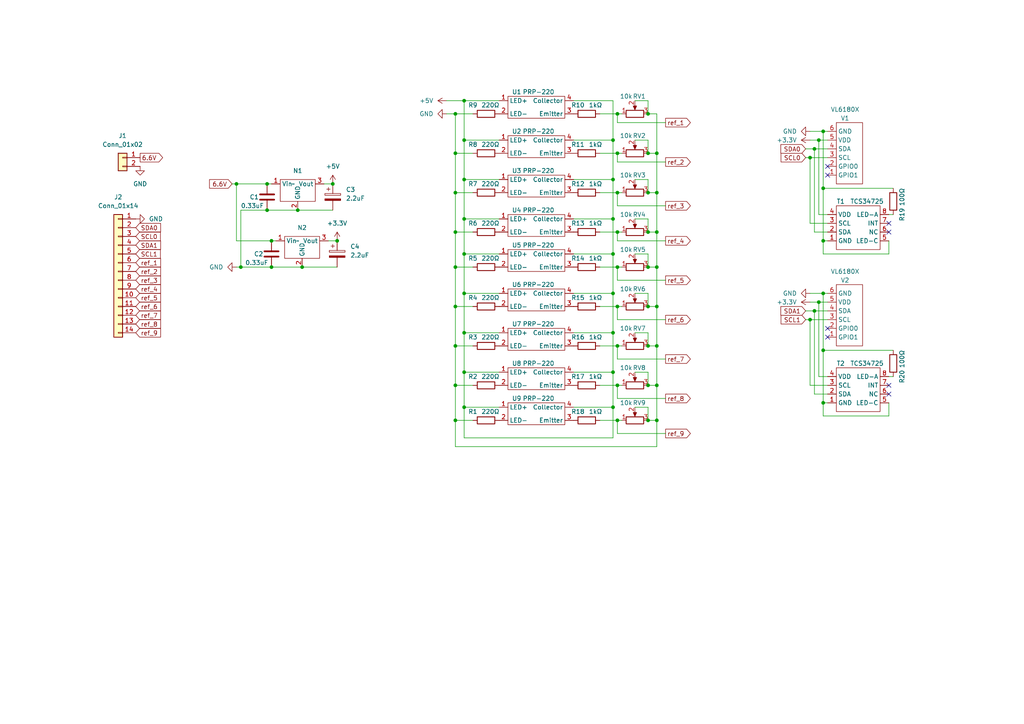
<source format=kicad_sch>
(kicad_sch (version 20230121) (generator eeschema)

  (uuid 58ced75e-f0b2-4d89-bd34-c4b1b8735fa7)

  (paper "A4")

  (lib_symbols
    (symbol "Connector_Generic:Conn_01x02" (pin_names (offset 1.016) hide) (in_bom yes) (on_board yes)
      (property "Reference" "J" (at 0 2.54 0)
        (effects (font (size 1.27 1.27)))
      )
      (property "Value" "Conn_01x02" (at 0 -5.08 0)
        (effects (font (size 1.27 1.27)))
      )
      (property "Footprint" "" (at 0 0 0)
        (effects (font (size 1.27 1.27)) hide)
      )
      (property "Datasheet" "~" (at 0 0 0)
        (effects (font (size 1.27 1.27)) hide)
      )
      (property "ki_keywords" "connector" (at 0 0 0)
        (effects (font (size 1.27 1.27)) hide)
      )
      (property "ki_description" "Generic connector, single row, 01x02, script generated (kicad-library-utils/schlib/autogen/connector/)" (at 0 0 0)
        (effects (font (size 1.27 1.27)) hide)
      )
      (property "ki_fp_filters" "Connector*:*_1x??_*" (at 0 0 0)
        (effects (font (size 1.27 1.27)) hide)
      )
      (symbol "Conn_01x02_1_1"
        (rectangle (start -1.27 -2.413) (end 0 -2.667)
          (stroke (width 0.1524) (type default))
          (fill (type none))
        )
        (rectangle (start -1.27 0.127) (end 0 -0.127)
          (stroke (width 0.1524) (type default))
          (fill (type none))
        )
        (rectangle (start -1.27 1.27) (end 1.27 -3.81)
          (stroke (width 0.254) (type default))
          (fill (type background))
        )
        (pin passive line (at -5.08 0 0) (length 3.81)
          (name "Pin_1" (effects (font (size 1.27 1.27))))
          (number "1" (effects (font (size 1.27 1.27))))
        )
        (pin passive line (at -5.08 -2.54 0) (length 3.81)
          (name "Pin_2" (effects (font (size 1.27 1.27))))
          (number "2" (effects (font (size 1.27 1.27))))
        )
      )
    )
    (symbol "Connector_Generic:Conn_01x14" (pin_names (offset 1.016) hide) (in_bom yes) (on_board yes)
      (property "Reference" "J" (at 0 17.78 0)
        (effects (font (size 1.27 1.27)))
      )
      (property "Value" "Conn_01x14" (at 0 -20.32 0)
        (effects (font (size 1.27 1.27)))
      )
      (property "Footprint" "" (at 0 0 0)
        (effects (font (size 1.27 1.27)) hide)
      )
      (property "Datasheet" "~" (at 0 0 0)
        (effects (font (size 1.27 1.27)) hide)
      )
      (property "ki_keywords" "connector" (at 0 0 0)
        (effects (font (size 1.27 1.27)) hide)
      )
      (property "ki_description" "Generic connector, single row, 01x14, script generated (kicad-library-utils/schlib/autogen/connector/)" (at 0 0 0)
        (effects (font (size 1.27 1.27)) hide)
      )
      (property "ki_fp_filters" "Connector*:*_1x??_*" (at 0 0 0)
        (effects (font (size 1.27 1.27)) hide)
      )
      (symbol "Conn_01x14_1_1"
        (rectangle (start -1.27 -17.653) (end 0 -17.907)
          (stroke (width 0.1524) (type default))
          (fill (type none))
        )
        (rectangle (start -1.27 -15.113) (end 0 -15.367)
          (stroke (width 0.1524) (type default))
          (fill (type none))
        )
        (rectangle (start -1.27 -12.573) (end 0 -12.827)
          (stroke (width 0.1524) (type default))
          (fill (type none))
        )
        (rectangle (start -1.27 -10.033) (end 0 -10.287)
          (stroke (width 0.1524) (type default))
          (fill (type none))
        )
        (rectangle (start -1.27 -7.493) (end 0 -7.747)
          (stroke (width 0.1524) (type default))
          (fill (type none))
        )
        (rectangle (start -1.27 -4.953) (end 0 -5.207)
          (stroke (width 0.1524) (type default))
          (fill (type none))
        )
        (rectangle (start -1.27 -2.413) (end 0 -2.667)
          (stroke (width 0.1524) (type default))
          (fill (type none))
        )
        (rectangle (start -1.27 0.127) (end 0 -0.127)
          (stroke (width 0.1524) (type default))
          (fill (type none))
        )
        (rectangle (start -1.27 2.667) (end 0 2.413)
          (stroke (width 0.1524) (type default))
          (fill (type none))
        )
        (rectangle (start -1.27 5.207) (end 0 4.953)
          (stroke (width 0.1524) (type default))
          (fill (type none))
        )
        (rectangle (start -1.27 7.747) (end 0 7.493)
          (stroke (width 0.1524) (type default))
          (fill (type none))
        )
        (rectangle (start -1.27 10.287) (end 0 10.033)
          (stroke (width 0.1524) (type default))
          (fill (type none))
        )
        (rectangle (start -1.27 12.827) (end 0 12.573)
          (stroke (width 0.1524) (type default))
          (fill (type none))
        )
        (rectangle (start -1.27 15.367) (end 0 15.113)
          (stroke (width 0.1524) (type default))
          (fill (type none))
        )
        (rectangle (start -1.27 16.51) (end 1.27 -19.05)
          (stroke (width 0.254) (type default))
          (fill (type background))
        )
        (pin passive line (at -5.08 15.24 0) (length 3.81)
          (name "Pin_1" (effects (font (size 1.27 1.27))))
          (number "1" (effects (font (size 1.27 1.27))))
        )
        (pin passive line (at -5.08 -7.62 0) (length 3.81)
          (name "Pin_10" (effects (font (size 1.27 1.27))))
          (number "10" (effects (font (size 1.27 1.27))))
        )
        (pin passive line (at -5.08 -10.16 0) (length 3.81)
          (name "Pin_11" (effects (font (size 1.27 1.27))))
          (number "11" (effects (font (size 1.27 1.27))))
        )
        (pin passive line (at -5.08 -12.7 0) (length 3.81)
          (name "Pin_12" (effects (font (size 1.27 1.27))))
          (number "12" (effects (font (size 1.27 1.27))))
        )
        (pin passive line (at -5.08 -15.24 0) (length 3.81)
          (name "Pin_13" (effects (font (size 1.27 1.27))))
          (number "13" (effects (font (size 1.27 1.27))))
        )
        (pin passive line (at -5.08 -17.78 0) (length 3.81)
          (name "Pin_14" (effects (font (size 1.27 1.27))))
          (number "14" (effects (font (size 1.27 1.27))))
        )
        (pin passive line (at -5.08 12.7 0) (length 3.81)
          (name "Pin_2" (effects (font (size 1.27 1.27))))
          (number "2" (effects (font (size 1.27 1.27))))
        )
        (pin passive line (at -5.08 10.16 0) (length 3.81)
          (name "Pin_3" (effects (font (size 1.27 1.27))))
          (number "3" (effects (font (size 1.27 1.27))))
        )
        (pin passive line (at -5.08 7.62 0) (length 3.81)
          (name "Pin_4" (effects (font (size 1.27 1.27))))
          (number "4" (effects (font (size 1.27 1.27))))
        )
        (pin passive line (at -5.08 5.08 0) (length 3.81)
          (name "Pin_5" (effects (font (size 1.27 1.27))))
          (number "5" (effects (font (size 1.27 1.27))))
        )
        (pin passive line (at -5.08 2.54 0) (length 3.81)
          (name "Pin_6" (effects (font (size 1.27 1.27))))
          (number "6" (effects (font (size 1.27 1.27))))
        )
        (pin passive line (at -5.08 0 0) (length 3.81)
          (name "Pin_7" (effects (font (size 1.27 1.27))))
          (number "7" (effects (font (size 1.27 1.27))))
        )
        (pin passive line (at -5.08 -2.54 0) (length 3.81)
          (name "Pin_8" (effects (font (size 1.27 1.27))))
          (number "8" (effects (font (size 1.27 1.27))))
        )
        (pin passive line (at -5.08 -5.08 0) (length 3.81)
          (name "Pin_9" (effects (font (size 1.27 1.27))))
          (number "9" (effects (font (size 1.27 1.27))))
        )
      )
    )
    (symbol "Device:C" (pin_numbers hide) (pin_names (offset 0.254)) (in_bom yes) (on_board yes)
      (property "Reference" "C" (at 0.635 2.54 0)
        (effects (font (size 1.27 1.27)) (justify left))
      )
      (property "Value" "C" (at 0.635 -2.54 0)
        (effects (font (size 1.27 1.27)) (justify left))
      )
      (property "Footprint" "" (at 0.9652 -3.81 0)
        (effects (font (size 1.27 1.27)) hide)
      )
      (property "Datasheet" "~" (at 0 0 0)
        (effects (font (size 1.27 1.27)) hide)
      )
      (property "ki_keywords" "cap capacitor" (at 0 0 0)
        (effects (font (size 1.27 1.27)) hide)
      )
      (property "ki_description" "Unpolarized capacitor" (at 0 0 0)
        (effects (font (size 1.27 1.27)) hide)
      )
      (property "ki_fp_filters" "C_*" (at 0 0 0)
        (effects (font (size 1.27 1.27)) hide)
      )
      (symbol "C_0_1"
        (polyline
          (pts
            (xy -2.032 -0.762)
            (xy 2.032 -0.762)
          )
          (stroke (width 0.508) (type default))
          (fill (type none))
        )
        (polyline
          (pts
            (xy -2.032 0.762)
            (xy 2.032 0.762)
          )
          (stroke (width 0.508) (type default))
          (fill (type none))
        )
      )
      (symbol "C_1_1"
        (pin passive line (at 0 3.81 270) (length 2.794)
          (name "~" (effects (font (size 1.27 1.27))))
          (number "1" (effects (font (size 1.27 1.27))))
        )
        (pin passive line (at 0 -3.81 90) (length 2.794)
          (name "~" (effects (font (size 1.27 1.27))))
          (number "2" (effects (font (size 1.27 1.27))))
        )
      )
    )
    (symbol "Device:C_Polarized" (pin_numbers hide) (pin_names (offset 0.254)) (in_bom yes) (on_board yes)
      (property "Reference" "C" (at 0.635 2.54 0)
        (effects (font (size 1.27 1.27)) (justify left))
      )
      (property "Value" "C_Polarized" (at 0.635 -2.54 0)
        (effects (font (size 1.27 1.27)) (justify left))
      )
      (property "Footprint" "" (at 0.9652 -3.81 0)
        (effects (font (size 1.27 1.27)) hide)
      )
      (property "Datasheet" "~" (at 0 0 0)
        (effects (font (size 1.27 1.27)) hide)
      )
      (property "ki_keywords" "cap capacitor" (at 0 0 0)
        (effects (font (size 1.27 1.27)) hide)
      )
      (property "ki_description" "Polarized capacitor" (at 0 0 0)
        (effects (font (size 1.27 1.27)) hide)
      )
      (property "ki_fp_filters" "CP_*" (at 0 0 0)
        (effects (font (size 1.27 1.27)) hide)
      )
      (symbol "C_Polarized_0_1"
        (rectangle (start -2.286 0.508) (end 2.286 1.016)
          (stroke (width 0) (type default))
          (fill (type none))
        )
        (polyline
          (pts
            (xy -1.778 2.286)
            (xy -0.762 2.286)
          )
          (stroke (width 0) (type default))
          (fill (type none))
        )
        (polyline
          (pts
            (xy -1.27 2.794)
            (xy -1.27 1.778)
          )
          (stroke (width 0) (type default))
          (fill (type none))
        )
        (rectangle (start 2.286 -0.508) (end -2.286 -1.016)
          (stroke (width 0) (type default))
          (fill (type outline))
        )
      )
      (symbol "C_Polarized_1_1"
        (pin passive line (at 0 3.81 270) (length 2.794)
          (name "~" (effects (font (size 1.27 1.27))))
          (number "1" (effects (font (size 1.27 1.27))))
        )
        (pin passive line (at 0 -3.81 90) (length 2.794)
          (name "~" (effects (font (size 1.27 1.27))))
          (number "2" (effects (font (size 1.27 1.27))))
        )
      )
    )
    (symbol "Device:R" (pin_numbers hide) (pin_names (offset 0)) (in_bom yes) (on_board yes)
      (property "Reference" "R" (at 2.032 0 90)
        (effects (font (size 1.27 1.27)))
      )
      (property "Value" "R" (at 0 0 90)
        (effects (font (size 1.27 1.27)))
      )
      (property "Footprint" "" (at -1.778 0 90)
        (effects (font (size 1.27 1.27)) hide)
      )
      (property "Datasheet" "~" (at 0 0 0)
        (effects (font (size 1.27 1.27)) hide)
      )
      (property "ki_keywords" "R res resistor" (at 0 0 0)
        (effects (font (size 1.27 1.27)) hide)
      )
      (property "ki_description" "Resistor" (at 0 0 0)
        (effects (font (size 1.27 1.27)) hide)
      )
      (property "ki_fp_filters" "R_*" (at 0 0 0)
        (effects (font (size 1.27 1.27)) hide)
      )
      (symbol "R_0_1"
        (rectangle (start -1.016 -2.54) (end 1.016 2.54)
          (stroke (width 0.254) (type default))
          (fill (type none))
        )
      )
      (symbol "R_1_1"
        (pin passive line (at 0 3.81 270) (length 1.27)
          (name "~" (effects (font (size 1.27 1.27))))
          (number "1" (effects (font (size 1.27 1.27))))
        )
        (pin passive line (at 0 -3.81 90) (length 1.27)
          (name "~" (effects (font (size 1.27 1.27))))
          (number "2" (effects (font (size 1.27 1.27))))
        )
      )
    )
    (symbol "Device:R_Potentiometer" (pin_names (offset 1.016) hide) (in_bom yes) (on_board yes)
      (property "Reference" "RV" (at -4.445 0 90)
        (effects (font (size 1.27 1.27)))
      )
      (property "Value" "R_Potentiometer" (at -2.54 0 90)
        (effects (font (size 1.27 1.27)))
      )
      (property "Footprint" "" (at 0 0 0)
        (effects (font (size 1.27 1.27)) hide)
      )
      (property "Datasheet" "~" (at 0 0 0)
        (effects (font (size 1.27 1.27)) hide)
      )
      (property "ki_keywords" "resistor variable" (at 0 0 0)
        (effects (font (size 1.27 1.27)) hide)
      )
      (property "ki_description" "Potentiometer" (at 0 0 0)
        (effects (font (size 1.27 1.27)) hide)
      )
      (property "ki_fp_filters" "Potentiometer*" (at 0 0 0)
        (effects (font (size 1.27 1.27)) hide)
      )
      (symbol "R_Potentiometer_0_1"
        (polyline
          (pts
            (xy 2.54 0)
            (xy 1.524 0)
          )
          (stroke (width 0) (type default))
          (fill (type none))
        )
        (polyline
          (pts
            (xy 1.143 0)
            (xy 2.286 0.508)
            (xy 2.286 -0.508)
            (xy 1.143 0)
          )
          (stroke (width 0) (type default))
          (fill (type outline))
        )
        (rectangle (start 1.016 2.54) (end -1.016 -2.54)
          (stroke (width 0.254) (type default))
          (fill (type none))
        )
      )
      (symbol "R_Potentiometer_1_1"
        (pin passive line (at 0 3.81 270) (length 1.27)
          (name "1" (effects (font (size 1.27 1.27))))
          (number "1" (effects (font (size 1.27 1.27))))
        )
        (pin passive line (at 3.81 0 180) (length 1.27)
          (name "2" (effects (font (size 1.27 1.27))))
          (number "2" (effects (font (size 1.27 1.27))))
        )
        (pin passive line (at 0 -3.81 90) (length 1.27)
          (name "3" (effects (font (size 1.27 1.27))))
          (number "3" (effects (font (size 1.27 1.27))))
        )
      )
    )
    (symbol "VL53L5CX:VL6180X" (in_bom yes) (on_board yes)
      (property "Reference" "U" (at 0 2.54 0)
        (effects (font (size 1.27 1.27)))
      )
      (property "Value" "" (at 0 0 0)
        (effects (font (size 1.27 1.27)))
      )
      (property "Footprint" "" (at 0 0 0)
        (effects (font (size 1.27 1.27)) hide)
      )
      (property "Datasheet" "" (at 0 0 0)
        (effects (font (size 1.27 1.27)) hide)
      )
      (symbol "VL6180X_0_1"
        (rectangle (start -1.27 1.27) (end 6.35 -16.51)
          (stroke (width 0) (type default))
          (fill (type none))
        )
      )
      (symbol "VL6180X_1_1"
        (pin passive line (at -3.81 -13.97 0) (length 2.54)
          (name "GPIO1" (effects (font (size 1.27 1.27))))
          (number "1" (effects (font (size 1.27 1.27))))
        )
        (pin passive line (at -3.81 -11.43 0) (length 2.54)
          (name "GPIO0" (effects (font (size 1.27 1.27))))
          (number "2" (effects (font (size 1.27 1.27))))
        )
        (pin passive line (at -3.81 -8.89 0) (length 2.54)
          (name "SCL" (effects (font (size 1.27 1.27))))
          (number "3" (effects (font (size 1.27 1.27))))
        )
        (pin passive line (at -3.81 -6.35 0) (length 2.54)
          (name "SDA" (effects (font (size 1.27 1.27))))
          (number "4" (effects (font (size 1.27 1.27))))
        )
        (pin power_in line (at -3.81 -3.81 0) (length 2.54)
          (name "VDD" (effects (font (size 1.27 1.27))))
          (number "5" (effects (font (size 1.27 1.27))))
        )
        (pin passive line (at -3.81 -1.27 0) (length 2.54)
          (name "GND" (effects (font (size 1.27 1.27))))
          (number "6" (effects (font (size 1.27 1.27))))
        )
      )
    )
    (symbol "koki:NJM2845_" (in_bom yes) (on_board yes)
      (property "Reference" "N" (at 0 2.54 0)
        (effects (font (size 1.27 1.27)))
      )
      (property "Value" "" (at 0 0 0)
        (effects (font (size 1.27 1.27)))
      )
      (property "Footprint" "" (at 0 0 0)
        (effects (font (size 1.27 1.27)) hide)
      )
      (property "Datasheet" "" (at 0 0 0)
        (effects (font (size 1.27 1.27)) hide)
      )
      (symbol "NJM2845__0_1"
        (rectangle (start -3.81 1.27) (end 6.35 -5.08)
          (stroke (width 0) (type default))
          (fill (type none))
        )
      )
      (symbol "NJM2845__1_1"
        (pin power_in line (at -6.35 0 0) (length 2.54)
          (name "Vin" (effects (font (size 1.27 1.27))))
          (number "1" (effects (font (size 1.27 1.27))))
        )
        (pin passive line (at 1.27 -7.62 90) (length 2.54)
          (name "GND" (effects (font (size 1.27 1.27))))
          (number "2" (effects (font (size 1.27 1.27))))
        )
        (pin power_out line (at 8.89 0 180) (length 2.54)
          (name "Vout" (effects (font (size 1.27 1.27))))
          (number "3" (effects (font (size 1.27 1.27))))
        )
      )
    )
    (symbol "koki:RPR-220" (in_bom yes) (on_board yes)
      (property "Reference" "U" (at 5.08 5.08 0)
        (effects (font (size 1.27 1.27)))
      )
      (property "Value" "" (at 0 0 0)
        (effects (font (size 1.27 1.27)))
      )
      (property "Footprint" "" (at 0 0 0)
        (effects (font (size 1.27 1.27)) hide)
      )
      (property "Datasheet" "" (at 0 0 0)
        (effects (font (size 1.27 1.27)) hide)
      )
      (symbol "RPR-220_0_1"
        (rectangle (start -2.54 0) (end 13.97 -6.35)
          (stroke (width 0) (type default))
          (fill (type none))
        )
      )
      (symbol "RPR-220_1_1"
        (pin passive line (at -5.08 -1.27 0) (length 2.54)
          (name "LED+" (effects (font (size 1.27 1.27))))
          (number "1" (effects (font (size 1.27 1.27))))
        )
        (pin passive line (at -5.08 -5.08 0) (length 2.54)
          (name "LED-" (effects (font (size 1.27 1.27))))
          (number "2" (effects (font (size 1.27 1.27))))
        )
        (pin passive line (at 16.51 -5.08 180) (length 2.54)
          (name "Emitter" (effects (font (size 1.27 1.27))))
          (number "3" (effects (font (size 1.27 1.27))))
        )
        (pin passive line (at 16.51 -1.27 180) (length 2.54)
          (name "Collector" (effects (font (size 1.27 1.27))))
          (number "4" (effects (font (size 1.27 1.27))))
        )
      )
    )
    (symbol "koki:TCS34725" (in_bom yes) (on_board yes)
      (property "Reference" "T" (at 0 3.81 0)
        (effects (font (size 1.27 1.27)))
      )
      (property "Value" "" (at 0 0 0)
        (effects (font (size 1.27 1.27)))
      )
      (property "Footprint" "" (at 0 0 0)
        (effects (font (size 1.27 1.27)) hide)
      )
      (property "Datasheet" "" (at 0 0 0)
        (effects (font (size 1.27 1.27)) hide)
      )
      (symbol "TCS34725_0_1"
        (rectangle (start -2.54 2.54) (end 10.16 -10.16)
          (stroke (width 0) (type default))
          (fill (type none))
        )
      )
      (symbol "TCS34725_1_1"
        (pin passive line (at -5.08 -7.62 0) (length 2.54)
          (name "GND" (effects (font (size 1.27 1.27))))
          (number "1" (effects (font (size 1.27 1.27))))
        )
        (pin passive line (at -5.08 -5.08 0) (length 2.54)
          (name "SDA" (effects (font (size 1.27 1.27))))
          (number "2" (effects (font (size 1.27 1.27))))
        )
        (pin passive line (at -5.08 -2.54 0) (length 2.54)
          (name "SCL" (effects (font (size 1.27 1.27))))
          (number "3" (effects (font (size 1.27 1.27))))
        )
        (pin power_in line (at -5.08 0 0) (length 2.54)
          (name "VDD" (effects (font (size 1.27 1.27))))
          (number "4" (effects (font (size 1.27 1.27))))
        )
        (pin passive line (at 12.7 -7.62 180) (length 2.54)
          (name "LED-C" (effects (font (size 1.27 1.27))))
          (number "5" (effects (font (size 1.27 1.27))))
        )
        (pin passive line (at 12.7 -5.08 180) (length 2.54)
          (name "NC" (effects (font (size 1.27 1.27))))
          (number "6" (effects (font (size 1.27 1.27))))
        )
        (pin passive line (at 12.7 -2.54 180) (length 2.54)
          (name "INT" (effects (font (size 1.27 1.27))))
          (number "7" (effects (font (size 1.27 1.27))))
        )
        (pin passive line (at 12.7 0 180) (length 2.54)
          (name "LED-A" (effects (font (size 1.27 1.27))))
          (number "8" (effects (font (size 1.27 1.27))))
        )
      )
    )
    (symbol "power:+3.3V" (power) (pin_names (offset 0)) (in_bom yes) (on_board yes)
      (property "Reference" "#PWR" (at 0 -3.81 0)
        (effects (font (size 1.27 1.27)) hide)
      )
      (property "Value" "+3.3V" (at 0 3.556 0)
        (effects (font (size 1.27 1.27)))
      )
      (property "Footprint" "" (at 0 0 0)
        (effects (font (size 1.27 1.27)) hide)
      )
      (property "Datasheet" "" (at 0 0 0)
        (effects (font (size 1.27 1.27)) hide)
      )
      (property "ki_keywords" "global power" (at 0 0 0)
        (effects (font (size 1.27 1.27)) hide)
      )
      (property "ki_description" "Power symbol creates a global label with name \"+3.3V\"" (at 0 0 0)
        (effects (font (size 1.27 1.27)) hide)
      )
      (symbol "+3.3V_0_1"
        (polyline
          (pts
            (xy -0.762 1.27)
            (xy 0 2.54)
          )
          (stroke (width 0) (type default))
          (fill (type none))
        )
        (polyline
          (pts
            (xy 0 0)
            (xy 0 2.54)
          )
          (stroke (width 0) (type default))
          (fill (type none))
        )
        (polyline
          (pts
            (xy 0 2.54)
            (xy 0.762 1.27)
          )
          (stroke (width 0) (type default))
          (fill (type none))
        )
      )
      (symbol "+3.3V_1_1"
        (pin power_in line (at 0 0 90) (length 0) hide
          (name "+3.3V" (effects (font (size 1.27 1.27))))
          (number "1" (effects (font (size 1.27 1.27))))
        )
      )
    )
    (symbol "power:+5V" (power) (pin_names (offset 0)) (in_bom yes) (on_board yes)
      (property "Reference" "#PWR" (at 0 -3.81 0)
        (effects (font (size 1.27 1.27)) hide)
      )
      (property "Value" "+5V" (at 0 3.556 0)
        (effects (font (size 1.27 1.27)))
      )
      (property "Footprint" "" (at 0 0 0)
        (effects (font (size 1.27 1.27)) hide)
      )
      (property "Datasheet" "" (at 0 0 0)
        (effects (font (size 1.27 1.27)) hide)
      )
      (property "ki_keywords" "global power" (at 0 0 0)
        (effects (font (size 1.27 1.27)) hide)
      )
      (property "ki_description" "Power symbol creates a global label with name \"+5V\"" (at 0 0 0)
        (effects (font (size 1.27 1.27)) hide)
      )
      (symbol "+5V_0_1"
        (polyline
          (pts
            (xy -0.762 1.27)
            (xy 0 2.54)
          )
          (stroke (width 0) (type default))
          (fill (type none))
        )
        (polyline
          (pts
            (xy 0 0)
            (xy 0 2.54)
          )
          (stroke (width 0) (type default))
          (fill (type none))
        )
        (polyline
          (pts
            (xy 0 2.54)
            (xy 0.762 1.27)
          )
          (stroke (width 0) (type default))
          (fill (type none))
        )
      )
      (symbol "+5V_1_1"
        (pin power_in line (at 0 0 90) (length 0) hide
          (name "+5V" (effects (font (size 1.27 1.27))))
          (number "1" (effects (font (size 1.27 1.27))))
        )
      )
    )
    (symbol "power:GND" (power) (pin_names (offset 0)) (in_bom yes) (on_board yes)
      (property "Reference" "#PWR" (at 0 -6.35 0)
        (effects (font (size 1.27 1.27)) hide)
      )
      (property "Value" "GND" (at 0 -3.81 0)
        (effects (font (size 1.27 1.27)))
      )
      (property "Footprint" "" (at 0 0 0)
        (effects (font (size 1.27 1.27)) hide)
      )
      (property "Datasheet" "" (at 0 0 0)
        (effects (font (size 1.27 1.27)) hide)
      )
      (property "ki_keywords" "global power" (at 0 0 0)
        (effects (font (size 1.27 1.27)) hide)
      )
      (property "ki_description" "Power symbol creates a global label with name \"GND\" , ground" (at 0 0 0)
        (effects (font (size 1.27 1.27)) hide)
      )
      (symbol "GND_0_1"
        (polyline
          (pts
            (xy 0 0)
            (xy 0 -1.27)
            (xy 1.27 -1.27)
            (xy 0 -2.54)
            (xy -1.27 -1.27)
            (xy 0 -1.27)
          )
          (stroke (width 0) (type default))
          (fill (type none))
        )
      )
      (symbol "GND_1_1"
        (pin power_in line (at 0 0 270) (length 0) hide
          (name "GND" (effects (font (size 1.27 1.27))))
          (number "1" (effects (font (size 1.27 1.27))))
        )
      )
    )
  )

  (junction (at 236.22 43.18) (diameter 0) (color 0 0 0 0)
    (uuid 00a4be14-9e9f-40c5-8469-d3829d46019c)
  )
  (junction (at 190.5 44.45) (diameter 0) (color 0 0 0 0)
    (uuid 00aff90d-3204-41a9-8c04-9f837a35405d)
  )
  (junction (at 177.8 96.52) (diameter 0) (color 0 0 0 0)
    (uuid 0169b1ad-8bb4-497d-a444-af26d12420df)
  )
  (junction (at 187.96 55.88) (diameter 0) (color 0 0 0 0)
    (uuid 03962c5c-3067-4dec-8086-902f8268cc41)
  )
  (junction (at 132.08 55.88) (diameter 0) (color 0 0 0 0)
    (uuid 03ed684b-c1c5-43e1-a7de-aaa359bd172e)
  )
  (junction (at 234.95 92.71) (diameter 0) (color 0 0 0 0)
    (uuid 04c1d6fd-174c-4130-a122-40cf1d0bb701)
  )
  (junction (at 238.76 116.84) (diameter 0) (color 0 0 0 0)
    (uuid 082f93cc-6237-4699-954f-79da1d60440f)
  )
  (junction (at 238.76 85.09) (diameter 0) (color 0 0 0 0)
    (uuid 0afaae94-5864-4d6a-a92d-6e3450e7664d)
  )
  (junction (at 190.5 100.33) (diameter 0) (color 0 0 0 0)
    (uuid 0b838f88-955c-49af-a27f-584801d22dc1)
  )
  (junction (at 187.96 33.02) (diameter 0) (color 0 0 0 0)
    (uuid 0e212dbf-3787-43dd-b10b-1ea5f5895b83)
  )
  (junction (at 77.47 53.34) (diameter 0) (color 0 0 0 0)
    (uuid 0f398176-27b6-4c34-94eb-a59ab4ea1889)
  )
  (junction (at 190.5 67.31) (diameter 0) (color 0 0 0 0)
    (uuid 1b0817ff-1b14-432d-95ba-23b42f096b43)
  )
  (junction (at 179.07 33.02) (diameter 0) (color 0 0 0 0)
    (uuid 2df9f0a3-3fff-4e55-b9b5-31bc631f0d8b)
  )
  (junction (at 187.96 67.31) (diameter 0) (color 0 0 0 0)
    (uuid 2ee4ebe9-c08b-4ff9-9038-cf40f9658efc)
  )
  (junction (at 69.85 77.47) (diameter 0) (color 0 0 0 0)
    (uuid 311d9037-5c55-4155-8f1a-12c63d3f172c)
  )
  (junction (at 86.36 60.96) (diameter 0) (color 0 0 0 0)
    (uuid 328733fb-24ae-4b5d-82b1-ec6cdd9d0f74)
  )
  (junction (at 177.8 40.64) (diameter 0) (color 0 0 0 0)
    (uuid 33bef23a-8928-44c4-99a4-46d2ca4d029b)
  )
  (junction (at 132.08 33.02) (diameter 0) (color 0 0 0 0)
    (uuid 34d25313-3877-40ac-b1b1-a290de502604)
  )
  (junction (at 238.76 54.61) (diameter 0) (color 0 0 0 0)
    (uuid 35b38045-8cdd-4b27-81c6-11073cb7fa0a)
  )
  (junction (at 68.58 53.34) (diameter 0) (color 0 0 0 0)
    (uuid 4257b800-8b53-434c-9337-9764b7a1c0db)
  )
  (junction (at 190.5 55.88) (diameter 0) (color 0 0 0 0)
    (uuid 4f5e8bf8-53fd-43cf-9b83-4d6a9ea15f55)
  )
  (junction (at 179.07 111.76) (diameter 0) (color 0 0 0 0)
    (uuid 514348c6-b2ca-4b9c-adb7-85d08bc4b21a)
  )
  (junction (at 132.08 67.31) (diameter 0) (color 0 0 0 0)
    (uuid 55d7298f-3555-4181-b165-3e1a094ef3bb)
  )
  (junction (at 187.96 77.47) (diameter 0) (color 0 0 0 0)
    (uuid 56fad413-72d4-41e5-93ae-137e8e3898f3)
  )
  (junction (at 132.08 44.45) (diameter 0) (color 0 0 0 0)
    (uuid 5e21c8a9-6968-4e1d-a9ab-bbf95c9c50f5)
  )
  (junction (at 134.62 40.64) (diameter 0) (color 0 0 0 0)
    (uuid 5f853d5c-231a-47d8-9801-1948f123e11e)
  )
  (junction (at 179.07 88.9) (diameter 0) (color 0 0 0 0)
    (uuid 607dbbdb-8de4-42e9-be5d-f0a9c811f2dd)
  )
  (junction (at 134.62 96.52) (diameter 0) (color 0 0 0 0)
    (uuid 62350e33-016f-43fd-9b34-4e984d1fe5d5)
  )
  (junction (at 187.96 88.9) (diameter 0) (color 0 0 0 0)
    (uuid 65917aa6-7bf8-47a3-831c-e0b620eb08aa)
  )
  (junction (at 132.08 88.9) (diameter 0) (color 0 0 0 0)
    (uuid 699fa01b-0a38-4a3e-ac1e-22768b2b15e7)
  )
  (junction (at 236.22 90.17) (diameter 0) (color 0 0 0 0)
    (uuid 6d44953b-16e3-4e87-a5b9-fbf95bbf2f4f)
  )
  (junction (at 87.63 77.47) (diameter 0) (color 0 0 0 0)
    (uuid 7a5c95df-8ea4-4776-b42c-4361b568be59)
  )
  (junction (at 190.5 77.47) (diameter 0) (color 0 0 0 0)
    (uuid 7b400074-d5db-4ee9-86b9-a7d0b6589373)
  )
  (junction (at 190.5 88.9) (diameter 0) (color 0 0 0 0)
    (uuid 7bdd50f5-4b85-4aa1-9ec0-d4cc2f437e15)
  )
  (junction (at 179.07 55.88) (diameter 0) (color 0 0 0 0)
    (uuid 82357ead-ab4b-4a12-a66c-65050cb9a95e)
  )
  (junction (at 132.08 77.47) (diameter 0) (color 0 0 0 0)
    (uuid 849e324b-fe00-4729-8d41-048abafbe434)
  )
  (junction (at 187.96 100.33) (diameter 0) (color 0 0 0 0)
    (uuid 86f2d43b-cfc8-4d0c-a764-81a5abd3cf76)
  )
  (junction (at 179.07 100.33) (diameter 0) (color 0 0 0 0)
    (uuid 8725001b-60c6-45f1-b6ce-e333a5ccfe57)
  )
  (junction (at 134.62 85.09) (diameter 0) (color 0 0 0 0)
    (uuid 8a695c26-347a-446e-9e12-29062386b621)
  )
  (junction (at 234.95 45.72) (diameter 0) (color 0 0 0 0)
    (uuid 8b21621c-799e-4a19-8076-8ff15b1828aa)
  )
  (junction (at 78.74 77.47) (diameter 0) (color 0 0 0 0)
    (uuid 8b5b717f-4c85-455d-a44e-a11293e96724)
  )
  (junction (at 97.79 69.85) (diameter 0) (color 0 0 0 0)
    (uuid 8da7bc05-adb5-4ea4-aef0-437cf3408294)
  )
  (junction (at 238.76 69.85) (diameter 0) (color 0 0 0 0)
    (uuid 8df12200-3c55-4992-bd41-c794990d7ab2)
  )
  (junction (at 134.62 118.11) (diameter 0) (color 0 0 0 0)
    (uuid 902d55fd-12b5-41ca-9978-8bcbbb4e2ee1)
  )
  (junction (at 238.76 101.6) (diameter 0) (color 0 0 0 0)
    (uuid 977ec454-072e-4423-8297-33bc9331412d)
  )
  (junction (at 177.8 118.11) (diameter 0) (color 0 0 0 0)
    (uuid 98286f9a-3a08-450f-98c5-14f3a6ffa531)
  )
  (junction (at 78.74 69.85) (diameter 0) (color 0 0 0 0)
    (uuid 9c33fb0c-4e7b-4741-9204-3c67bd6d3a03)
  )
  (junction (at 177.8 73.66) (diameter 0) (color 0 0 0 0)
    (uuid a6819e47-b0e5-4be3-aa02-e6a5fa58b6f6)
  )
  (junction (at 179.07 121.92) (diameter 0) (color 0 0 0 0)
    (uuid a99b9cfb-a06b-4539-a230-fd4d7a66ecbb)
  )
  (junction (at 77.47 60.96) (diameter 0) (color 0 0 0 0)
    (uuid a9af9dfd-5730-43d1-91bf-5fa8b10f080a)
  )
  (junction (at 187.96 121.92) (diameter 0) (color 0 0 0 0)
    (uuid ab0c15d6-882e-495d-bbe9-fbe027b98d39)
  )
  (junction (at 132.08 111.76) (diameter 0) (color 0 0 0 0)
    (uuid ab23613e-d0b4-4dd7-885d-9faa89703516)
  )
  (junction (at 134.62 29.21) (diameter 0) (color 0 0 0 0)
    (uuid ac0b6183-b907-4b1f-a5e9-54132755dbb7)
  )
  (junction (at 237.49 40.64) (diameter 0) (color 0 0 0 0)
    (uuid af23cdd4-8cc2-4525-8a05-6254ac012641)
  )
  (junction (at 187.96 111.76) (diameter 0) (color 0 0 0 0)
    (uuid b35122de-cf2f-4dbd-9afd-ccb56ebe1563)
  )
  (junction (at 134.62 73.66) (diameter 0) (color 0 0 0 0)
    (uuid b816b134-d02f-406c-a460-985ebebba929)
  )
  (junction (at 177.8 63.5) (diameter 0) (color 0 0 0 0)
    (uuid bc9e0b2d-aded-4542-942a-b01958cd68b0)
  )
  (junction (at 190.5 111.76) (diameter 0) (color 0 0 0 0)
    (uuid c16fdc67-847c-4922-a558-006ec49227bb)
  )
  (junction (at 238.76 38.1) (diameter 0) (color 0 0 0 0)
    (uuid c1fcff3f-639e-4d3b-85a2-4d974863251d)
  )
  (junction (at 179.07 67.31) (diameter 0) (color 0 0 0 0)
    (uuid cddad14a-a1cf-41e8-bfa6-d71fe812555a)
  )
  (junction (at 237.49 87.63) (diameter 0) (color 0 0 0 0)
    (uuid ce5df24e-b700-4e3c-9b0e-78a4ba690701)
  )
  (junction (at 177.8 85.09) (diameter 0) (color 0 0 0 0)
    (uuid ceb1c1a9-4430-424d-924c-7ccb80a086fe)
  )
  (junction (at 96.52 53.34) (diameter 0) (color 0 0 0 0)
    (uuid d281cc7b-b5f2-442a-b531-6aeece51172d)
  )
  (junction (at 134.62 52.07) (diameter 0) (color 0 0 0 0)
    (uuid d53b95f7-bd2c-4491-9b36-f37ab8319d81)
  )
  (junction (at 179.07 44.45) (diameter 0) (color 0 0 0 0)
    (uuid dd88e649-1425-4efa-8605-04767113e540)
  )
  (junction (at 190.5 121.92) (diameter 0) (color 0 0 0 0)
    (uuid e3e550d1-8d4a-4b86-9b24-c75a65787fb0)
  )
  (junction (at 134.62 63.5) (diameter 0) (color 0 0 0 0)
    (uuid e4382c59-68d2-4b9f-8fc7-858d97a00042)
  )
  (junction (at 132.08 121.92) (diameter 0) (color 0 0 0 0)
    (uuid ede9011e-e5e0-4adf-8fcd-ca89e08bf139)
  )
  (junction (at 187.96 44.45) (diameter 0) (color 0 0 0 0)
    (uuid f25e986c-50a8-41ab-aaf2-14e5b292c0d6)
  )
  (junction (at 177.8 52.07) (diameter 0) (color 0 0 0 0)
    (uuid f4504020-87e7-453f-ab5b-9f7074062b73)
  )
  (junction (at 179.07 77.47) (diameter 0) (color 0 0 0 0)
    (uuid f68618ea-7919-4d8d-a6de-6396c3ac3900)
  )
  (junction (at 132.08 100.33) (diameter 0) (color 0 0 0 0)
    (uuid f6e8cb27-8a6e-4461-9a75-784727abd0e0)
  )
  (junction (at 134.62 107.95) (diameter 0) (color 0 0 0 0)
    (uuid fb9e9731-daba-418b-830f-dc17af8c465f)
  )
  (junction (at 177.8 107.95) (diameter 0) (color 0 0 0 0)
    (uuid fd0900c0-7daf-4bee-97a5-6c9042b0996e)
  )

  (no_connect (at 240.03 48.26) (uuid 279a64b4-781e-405d-8003-ffa1ae71b4a4))
  (no_connect (at 240.03 50.8) (uuid 2a43d7c1-133e-4e85-927a-c8e01b1836a3))
  (no_connect (at 257.81 111.76) (uuid 43503813-d742-490d-b50c-08d6b3d72891))
  (no_connect (at 257.81 67.31) (uuid 52eca4fc-a7cb-4381-bd7d-dd651e783f10))
  (no_connect (at 257.81 114.3) (uuid 5a0a6ccd-9e16-4aca-af9e-d5316e82f130))
  (no_connect (at 257.81 64.77) (uuid 8971dae3-eabb-4f01-98cf-c8bc17312626))
  (no_connect (at 240.03 95.25) (uuid bf055ec9-146d-4b3f-a30a-4e07a2b4a4ab))
  (no_connect (at 240.03 97.79) (uuid f039ba8f-1b79-4e69-a23f-350c6a531f53))

  (wire (pts (xy 193.04 92.71) (xy 179.07 92.71))
    (stroke (width 0) (type default))
    (uuid 01048cf7-6ddd-4118-a37c-683a47bba6d3)
  )
  (wire (pts (xy 132.08 67.31) (xy 137.16 67.31))
    (stroke (width 0) (type default))
    (uuid 01d55a1b-4528-4e0b-9771-a9c966c78160)
  )
  (wire (pts (xy 187.96 29.21) (xy 187.96 33.02))
    (stroke (width 0) (type default))
    (uuid 025b3a8f-ae01-4235-92bb-1365a4697db4)
  )
  (wire (pts (xy 238.76 116.84) (xy 238.76 120.65))
    (stroke (width 0) (type default))
    (uuid 03679b21-982b-4fa5-832f-b8878233abd5)
  )
  (wire (pts (xy 132.08 88.9) (xy 137.16 88.9))
    (stroke (width 0) (type default))
    (uuid 0427ad43-fb43-4618-aea2-fd55f79da41f)
  )
  (wire (pts (xy 132.08 100.33) (xy 132.08 111.76))
    (stroke (width 0) (type default))
    (uuid 04a2c060-994a-466c-8f7f-cd5800e65978)
  )
  (wire (pts (xy 134.62 118.11) (xy 134.62 127))
    (stroke (width 0) (type default))
    (uuid 0677eeb7-436a-4f38-810a-d86fe304554d)
  )
  (wire (pts (xy 177.8 127) (xy 177.8 118.11))
    (stroke (width 0) (type default))
    (uuid 070a3f17-1901-4b79-a639-d49d359b3529)
  )
  (wire (pts (xy 173.99 44.45) (xy 179.07 44.45))
    (stroke (width 0) (type default))
    (uuid 09be23c8-659d-454f-918e-e6394cf15dda)
  )
  (wire (pts (xy 132.08 44.45) (xy 137.16 44.45))
    (stroke (width 0) (type default))
    (uuid 09d32f69-a009-4d16-b428-c5c58af836f7)
  )
  (wire (pts (xy 177.8 107.95) (xy 177.8 96.52))
    (stroke (width 0) (type default))
    (uuid 0a63b8f1-2224-4601-a692-a8006ae36b8e)
  )
  (wire (pts (xy 237.49 109.22) (xy 240.03 109.22))
    (stroke (width 0) (type default))
    (uuid 0ab2a9fc-cd42-448c-b774-04c394c78f73)
  )
  (wire (pts (xy 177.8 73.66) (xy 177.8 63.5))
    (stroke (width 0) (type default))
    (uuid 0be9556a-f2aa-4561-96ea-e7554b46bb94)
  )
  (wire (pts (xy 132.08 77.47) (xy 132.08 88.9))
    (stroke (width 0) (type default))
    (uuid 0e7461a2-5014-497f-9d9c-39751bb3aa5e)
  )
  (wire (pts (xy 184.15 29.21) (xy 187.96 29.21))
    (stroke (width 0) (type default))
    (uuid 0ee1625e-3dac-4fcc-9d6f-ec0a84163bda)
  )
  (wire (pts (xy 68.58 53.34) (xy 77.47 53.34))
    (stroke (width 0) (type default))
    (uuid 11bdff42-cf0a-4ece-99ec-77fefaa71c19)
  )
  (wire (pts (xy 87.63 77.47) (xy 97.79 77.47))
    (stroke (width 0) (type default))
    (uuid 123ef5f2-0338-4909-98dc-d85d745dfe0a)
  )
  (wire (pts (xy 179.07 69.85) (xy 179.07 67.31))
    (stroke (width 0) (type default))
    (uuid 15061f98-9c42-4257-900b-de8d5bcc4cad)
  )
  (wire (pts (xy 234.95 45.72) (xy 234.95 64.77))
    (stroke (width 0) (type default))
    (uuid 15c5cf17-ac79-4d34-8384-4ddd227326b9)
  )
  (wire (pts (xy 187.96 73.66) (xy 187.96 77.47))
    (stroke (width 0) (type default))
    (uuid 166a45a1-70d1-4941-a9b7-00a501b065f8)
  )
  (wire (pts (xy 236.22 43.18) (xy 240.03 43.18))
    (stroke (width 0) (type default))
    (uuid 17848b1e-e75c-4950-be36-fae9ff6454b2)
  )
  (wire (pts (xy 179.07 104.14) (xy 179.07 100.33))
    (stroke (width 0) (type default))
    (uuid 1899d59e-a846-47bf-b2d1-d92439956a0b)
  )
  (wire (pts (xy 177.8 29.21) (xy 177.8 40.64))
    (stroke (width 0) (type default))
    (uuid 189d04a0-0860-4f55-b9df-6f168e1caf65)
  )
  (wire (pts (xy 187.96 33.02) (xy 190.5 33.02))
    (stroke (width 0) (type default))
    (uuid 1bfb9229-9efb-4cbd-aad8-6b8cf6b65a66)
  )
  (wire (pts (xy 132.08 77.47) (xy 137.16 77.47))
    (stroke (width 0) (type default))
    (uuid 212418db-ddad-4e2b-8060-9a1345fbad98)
  )
  (wire (pts (xy 184.15 118.11) (xy 187.96 118.11))
    (stroke (width 0) (type default))
    (uuid 2148c257-b163-468f-b2f8-9c834a93d1c3)
  )
  (wire (pts (xy 238.76 54.61) (xy 259.08 54.61))
    (stroke (width 0) (type default))
    (uuid 216f70a6-9bc0-4562-9245-d609c9cb0b19)
  )
  (wire (pts (xy 134.62 29.21) (xy 134.62 40.64))
    (stroke (width 0) (type default))
    (uuid 275d728c-0ec1-42b0-92ea-ce1d3817a672)
  )
  (wire (pts (xy 69.85 60.96) (xy 69.85 77.47))
    (stroke (width 0) (type default))
    (uuid 27fc151d-5caa-4059-a9b9-52682cafbedd)
  )
  (wire (pts (xy 177.8 85.09) (xy 177.8 73.66))
    (stroke (width 0) (type default))
    (uuid 2815bf04-3968-44b3-9531-ea23bff80364)
  )
  (wire (pts (xy 173.99 67.31) (xy 179.07 67.31))
    (stroke (width 0) (type default))
    (uuid 2856bae8-8520-4339-b31b-dc3b4aa87773)
  )
  (wire (pts (xy 233.68 92.71) (xy 234.95 92.71))
    (stroke (width 0) (type default))
    (uuid 2a6e9dcb-e2e3-4864-b70f-02daefca53e9)
  )
  (wire (pts (xy 238.76 69.85) (xy 238.76 73.66))
    (stroke (width 0) (type default))
    (uuid 2c14810e-c8f3-434b-910e-51633fbb78c4)
  )
  (wire (pts (xy 236.22 67.31) (xy 240.03 67.31))
    (stroke (width 0) (type default))
    (uuid 2d51c81b-2fec-4b79-b7ce-3b579b4ce2e4)
  )
  (wire (pts (xy 187.96 52.07) (xy 187.96 55.88))
    (stroke (width 0) (type default))
    (uuid 2d564bf8-3c68-4305-baf5-d8618fff495f)
  )
  (wire (pts (xy 237.49 40.64) (xy 237.49 62.23))
    (stroke (width 0) (type default))
    (uuid 2f92b088-1a4e-4783-80dc-b95a3200cbd5)
  )
  (wire (pts (xy 179.07 111.76) (xy 180.34 111.76))
    (stroke (width 0) (type default))
    (uuid 314c170d-8961-48b4-a2d5-39bb9697bd37)
  )
  (wire (pts (xy 132.08 100.33) (xy 137.16 100.33))
    (stroke (width 0) (type default))
    (uuid 31c97688-51dd-4073-8fe5-dc119e8bff24)
  )
  (wire (pts (xy 179.07 100.33) (xy 180.34 100.33))
    (stroke (width 0) (type default))
    (uuid 3540eb6e-3c9e-4a9b-8def-0a90da92c8bf)
  )
  (wire (pts (xy 193.04 125.73) (xy 179.07 125.73))
    (stroke (width 0) (type default))
    (uuid 38834c2d-9361-4879-ba4c-e7566008498e)
  )
  (wire (pts (xy 166.37 29.21) (xy 177.8 29.21))
    (stroke (width 0) (type default))
    (uuid 396873de-6745-449d-8c0e-db984c86dbfc)
  )
  (wire (pts (xy 236.22 43.18) (xy 236.22 67.31))
    (stroke (width 0) (type default))
    (uuid 3abb4798-f23c-43e7-99da-9c244be919e1)
  )
  (wire (pts (xy 236.22 114.3) (xy 240.03 114.3))
    (stroke (width 0) (type default))
    (uuid 3be6897a-4194-4c3c-9bab-90f738204e8a)
  )
  (wire (pts (xy 179.07 35.56) (xy 179.07 33.02))
    (stroke (width 0) (type default))
    (uuid 3c35e9c6-c114-460d-8ee7-bdf44f39fa31)
  )
  (wire (pts (xy 187.96 63.5) (xy 187.96 67.31))
    (stroke (width 0) (type default))
    (uuid 3da51551-2a32-4f61-a2b1-1beb7df863f8)
  )
  (wire (pts (xy 134.62 63.5) (xy 144.78 63.5))
    (stroke (width 0) (type default))
    (uuid 3fac784c-9ee6-4abe-b7f6-957b7ec54661)
  )
  (wire (pts (xy 238.76 116.84) (xy 240.03 116.84))
    (stroke (width 0) (type default))
    (uuid 4476c746-502d-4af4-8a55-a269df50b40f)
  )
  (wire (pts (xy 234.95 92.71) (xy 234.95 111.76))
    (stroke (width 0) (type default))
    (uuid 457aa7ae-8b26-4e1b-89d6-709814a27138)
  )
  (wire (pts (xy 179.07 121.92) (xy 180.34 121.92))
    (stroke (width 0) (type default))
    (uuid 47a04c4c-8dc6-43e1-94f1-9ae9d34b827d)
  )
  (wire (pts (xy 173.99 77.47) (xy 179.07 77.47))
    (stroke (width 0) (type default))
    (uuid 490b13da-218c-4fd4-803f-516885bd7362)
  )
  (wire (pts (xy 68.58 77.47) (xy 69.85 77.47))
    (stroke (width 0) (type default))
    (uuid 49e8c69b-804a-4aec-a57d-10242c6e9a57)
  )
  (wire (pts (xy 193.04 59.69) (xy 179.07 59.69))
    (stroke (width 0) (type default))
    (uuid 4aebdac5-4ca2-46a6-84ba-b73cf1c7036d)
  )
  (wire (pts (xy 166.37 118.11) (xy 177.8 118.11))
    (stroke (width 0) (type default))
    (uuid 4b5a8fdc-13cf-465d-ad7b-c6b670100f76)
  )
  (wire (pts (xy 187.96 85.09) (xy 187.96 88.9))
    (stroke (width 0) (type default))
    (uuid 4fc46f08-7453-4d60-8df3-f5e4be1617f8)
  )
  (wire (pts (xy 86.36 60.96) (xy 96.52 60.96))
    (stroke (width 0) (type default))
    (uuid 51271042-13ce-4106-b815-9902f7e5d728)
  )
  (wire (pts (xy 237.49 62.23) (xy 240.03 62.23))
    (stroke (width 0) (type default))
    (uuid 5220a7e6-db0b-461e-8a6d-d99ffd2e852f)
  )
  (wire (pts (xy 184.15 40.64) (xy 187.96 40.64))
    (stroke (width 0) (type default))
    (uuid 523cc86c-0d81-4de7-ba7a-e6c8e6f7c295)
  )
  (wire (pts (xy 193.04 46.99) (xy 179.07 46.99))
    (stroke (width 0) (type default))
    (uuid 5285b7db-10f0-4261-bad0-d72a3c5458e6)
  )
  (wire (pts (xy 236.22 90.17) (xy 236.22 114.3))
    (stroke (width 0) (type default))
    (uuid 586e97b5-a65b-486b-9c87-13c6e7969ec2)
  )
  (wire (pts (xy 234.95 40.64) (xy 237.49 40.64))
    (stroke (width 0) (type default))
    (uuid 5a1e18b1-708a-4fe5-b978-a52703ece77e)
  )
  (wire (pts (xy 173.99 100.33) (xy 179.07 100.33))
    (stroke (width 0) (type default))
    (uuid 5b3ceadb-6bf3-4c29-b0d0-c102c8cb9739)
  )
  (wire (pts (xy 234.95 85.09) (xy 238.76 85.09))
    (stroke (width 0) (type default))
    (uuid 627de21d-210d-403e-9c17-2d3150c829bc)
  )
  (wire (pts (xy 184.15 73.66) (xy 187.96 73.66))
    (stroke (width 0) (type default))
    (uuid 64147f8d-9e91-4b1a-98cb-ee070601551a)
  )
  (wire (pts (xy 190.5 88.9) (xy 190.5 100.33))
    (stroke (width 0) (type default))
    (uuid 64a4c71c-6c19-44d3-93a0-28145cdbaa20)
  )
  (wire (pts (xy 238.76 54.61) (xy 238.76 69.85))
    (stroke (width 0) (type default))
    (uuid 6575ca85-48fa-48bb-ac6e-cea265fe89c5)
  )
  (wire (pts (xy 77.47 60.96) (xy 69.85 60.96))
    (stroke (width 0) (type default))
    (uuid 66a74d3e-640c-4031-b324-c48bdb5f7d2b)
  )
  (wire (pts (xy 190.5 44.45) (xy 190.5 55.88))
    (stroke (width 0) (type default))
    (uuid 66bb4a22-e508-45c5-9b93-b420912454bd)
  )
  (wire (pts (xy 166.37 63.5) (xy 177.8 63.5))
    (stroke (width 0) (type default))
    (uuid 67c44cb1-90b6-4dbb-9c90-9808b7710312)
  )
  (wire (pts (xy 173.99 33.02) (xy 179.07 33.02))
    (stroke (width 0) (type default))
    (uuid 67f05eb2-99cc-4070-81b5-74b3f800851f)
  )
  (wire (pts (xy 234.95 45.72) (xy 240.03 45.72))
    (stroke (width 0) (type default))
    (uuid 68382fa4-e1c3-4f20-9c1f-3236f1dac10e)
  )
  (wire (pts (xy 173.99 121.92) (xy 179.07 121.92))
    (stroke (width 0) (type default))
    (uuid 6850781f-f62e-406c-829b-35839bbee17c)
  )
  (wire (pts (xy 134.62 52.07) (xy 134.62 40.64))
    (stroke (width 0) (type default))
    (uuid 68f361d2-a798-4fcd-9347-0dfb552386a4)
  )
  (wire (pts (xy 179.07 46.99) (xy 179.07 44.45))
    (stroke (width 0) (type default))
    (uuid 68f3f868-1987-4e85-8aba-4cb4aee2f07a)
  )
  (wire (pts (xy 134.62 127) (xy 177.8 127))
    (stroke (width 0) (type default))
    (uuid 69ace22f-ac12-4b5b-bf57-810a434d20be)
  )
  (wire (pts (xy 187.96 107.95) (xy 187.96 111.76))
    (stroke (width 0) (type default))
    (uuid 6a4be321-e828-4040-88d5-9e4a638462a5)
  )
  (wire (pts (xy 184.15 96.52) (xy 187.96 96.52))
    (stroke (width 0) (type default))
    (uuid 6bb44fc8-a038-4f33-a52c-f3b1155042bb)
  )
  (wire (pts (xy 179.07 125.73) (xy 179.07 121.92))
    (stroke (width 0) (type default))
    (uuid 6db43c23-34a7-4b0f-9f4c-5d0d3498eecb)
  )
  (wire (pts (xy 179.07 92.71) (xy 179.07 88.9))
    (stroke (width 0) (type default))
    (uuid 6e1e03a8-8af7-4522-ad38-b2a2f125a6ad)
  )
  (wire (pts (xy 179.07 67.31) (xy 180.34 67.31))
    (stroke (width 0) (type default))
    (uuid 6e869bcb-2001-4d26-8498-4fba7f94bf2a)
  )
  (wire (pts (xy 134.62 29.21) (xy 144.78 29.21))
    (stroke (width 0) (type default))
    (uuid 70c3f336-f74e-4729-802f-1483b3e63907)
  )
  (wire (pts (xy 78.74 69.85) (xy 68.58 69.85))
    (stroke (width 0) (type default))
    (uuid 70c8465b-5e0e-47f7-8f2d-d1b0bb54d964)
  )
  (wire (pts (xy 166.37 52.07) (xy 177.8 52.07))
    (stroke (width 0) (type default))
    (uuid 711134e4-9e24-4745-9879-a6b2cbf96d1f)
  )
  (wire (pts (xy 187.96 118.11) (xy 187.96 121.92))
    (stroke (width 0) (type default))
    (uuid 72884ebf-1c77-4556-8a62-1bd6e0a5cc82)
  )
  (wire (pts (xy 77.47 60.96) (xy 86.36 60.96))
    (stroke (width 0) (type default))
    (uuid 733bbdba-c46a-4c19-9e86-0d1e76156f56)
  )
  (wire (pts (xy 237.49 87.63) (xy 240.03 87.63))
    (stroke (width 0) (type default))
    (uuid 7444f6c8-9daf-4b93-a907-44978a92a0b2)
  )
  (wire (pts (xy 190.5 100.33) (xy 190.5 111.76))
    (stroke (width 0) (type default))
    (uuid 746ec739-4be2-4bb5-9277-45c60845be3f)
  )
  (wire (pts (xy 69.85 77.47) (xy 78.74 77.47))
    (stroke (width 0) (type default))
    (uuid 75df6b09-3309-43d3-9efd-31d5309166ee)
  )
  (wire (pts (xy 177.8 40.64) (xy 166.37 40.64))
    (stroke (width 0) (type default))
    (uuid 75dfe74e-4545-46c9-bf9e-b2e3b6cfef87)
  )
  (wire (pts (xy 68.58 69.85) (xy 68.58 53.34))
    (stroke (width 0) (type default))
    (uuid 76194f69-8471-4cd7-9b19-aca39929ca3f)
  )
  (wire (pts (xy 237.49 40.64) (xy 240.03 40.64))
    (stroke (width 0) (type default))
    (uuid 7784aea7-cddc-44db-9644-dce82575f7bb)
  )
  (wire (pts (xy 134.62 40.64) (xy 144.78 40.64))
    (stroke (width 0) (type default))
    (uuid 77b2edba-de78-429e-942e-393d9e7c0fda)
  )
  (wire (pts (xy 179.07 115.57) (xy 179.07 111.76))
    (stroke (width 0) (type default))
    (uuid 77d5a0a4-5d28-4e3e-875e-5a9973d87473)
  )
  (wire (pts (xy 257.81 109.22) (xy 259.08 109.22))
    (stroke (width 0) (type default))
    (uuid 78e1a201-59ad-4fed-880f-b71b45bc4685)
  )
  (wire (pts (xy 134.62 85.09) (xy 144.78 85.09))
    (stroke (width 0) (type default))
    (uuid 7d371e98-17e1-43a2-a06f-91e6d0fdc776)
  )
  (wire (pts (xy 238.76 73.66) (xy 257.81 73.66))
    (stroke (width 0) (type default))
    (uuid 7efbd38d-23d8-4f60-a99d-2957b0005bfe)
  )
  (wire (pts (xy 78.74 77.47) (xy 87.63 77.47))
    (stroke (width 0) (type default))
    (uuid 7f4d6b7a-738b-43d3-bb40-aae684f06fac)
  )
  (wire (pts (xy 67.31 53.34) (xy 68.58 53.34))
    (stroke (width 0) (type default))
    (uuid 8069f929-5435-4a76-a941-165a3ad73b1d)
  )
  (wire (pts (xy 193.04 115.57) (xy 179.07 115.57))
    (stroke (width 0) (type default))
    (uuid 8101edf3-945a-4534-ab8b-cd81172ce6be)
  )
  (wire (pts (xy 93.98 53.34) (xy 96.52 53.34))
    (stroke (width 0) (type default))
    (uuid 81135267-cebf-421b-abd4-22d7d8b33c3e)
  )
  (wire (pts (xy 166.37 85.09) (xy 177.8 85.09))
    (stroke (width 0) (type default))
    (uuid 832151c5-a273-4947-9f5e-ba13e352d0a7)
  )
  (wire (pts (xy 184.15 52.07) (xy 187.96 52.07))
    (stroke (width 0) (type default))
    (uuid 843c763f-3d68-4390-8c58-eebf554eb9b1)
  )
  (wire (pts (xy 134.62 85.09) (xy 134.62 73.66))
    (stroke (width 0) (type default))
    (uuid 84563fb9-1075-40f7-9cf7-16acb26c3cb0)
  )
  (wire (pts (xy 179.07 81.28) (xy 179.07 77.47))
    (stroke (width 0) (type default))
    (uuid 852afb50-0848-4cf4-8c59-3f1deb2ba4b0)
  )
  (wire (pts (xy 132.08 121.92) (xy 137.16 121.92))
    (stroke (width 0) (type default))
    (uuid 852b39dd-1913-4b14-b3ff-bf7a5bf7099e)
  )
  (wire (pts (xy 179.07 55.88) (xy 180.34 55.88))
    (stroke (width 0) (type default))
    (uuid 8761f19c-d499-46ce-895b-772b53a9208d)
  )
  (wire (pts (xy 177.8 96.52) (xy 177.8 85.09))
    (stroke (width 0) (type default))
    (uuid 87f96573-7039-4af2-a15a-b2b9545f0266)
  )
  (wire (pts (xy 233.68 45.72) (xy 234.95 45.72))
    (stroke (width 0) (type default))
    (uuid 89e9fc78-09be-44fc-b8fb-1fa6d34b3204)
  )
  (wire (pts (xy 179.07 44.45) (xy 180.34 44.45))
    (stroke (width 0) (type default))
    (uuid 89eaf29f-a577-49cb-8505-4642f56aab6b)
  )
  (wire (pts (xy 177.8 52.07) (xy 177.8 40.64))
    (stroke (width 0) (type default))
    (uuid 8ab82e8c-87e5-4d8a-912e-a2f97118e135)
  )
  (wire (pts (xy 184.15 85.09) (xy 187.96 85.09))
    (stroke (width 0) (type default))
    (uuid 8c7bad41-3b2b-4ba1-b4bd-c914f5abcad2)
  )
  (wire (pts (xy 179.07 59.69) (xy 179.07 55.88))
    (stroke (width 0) (type default))
    (uuid 8dfae538-6bf6-4442-aad4-89b5f5592e33)
  )
  (wire (pts (xy 190.5 67.31) (xy 190.5 77.47))
    (stroke (width 0) (type default))
    (uuid 8e957b8a-2c6b-46a5-89ed-378434eda10a)
  )
  (wire (pts (xy 132.08 111.76) (xy 132.08 121.92))
    (stroke (width 0) (type default))
    (uuid 91182915-f2f6-4d1a-94f7-b0d73586e7a1)
  )
  (wire (pts (xy 134.62 107.95) (xy 144.78 107.95))
    (stroke (width 0) (type default))
    (uuid 961e942b-b37d-4a6b-81af-364ee0167e08)
  )
  (wire (pts (xy 132.08 67.31) (xy 132.08 77.47))
    (stroke (width 0) (type default))
    (uuid 96ba808d-04c2-438e-b111-21cbfac09a4d)
  )
  (wire (pts (xy 134.62 118.11) (xy 144.78 118.11))
    (stroke (width 0) (type default))
    (uuid 975fd290-d938-4b7a-aed0-7723d8e4172e)
  )
  (wire (pts (xy 179.07 77.47) (xy 180.34 77.47))
    (stroke (width 0) (type default))
    (uuid 97a19767-4530-4f8d-be66-d4cf0a7f09da)
  )
  (wire (pts (xy 238.76 38.1) (xy 240.03 38.1))
    (stroke (width 0) (type default))
    (uuid 9978d1f4-fc37-437f-baeb-b6e50108cf54)
  )
  (wire (pts (xy 238.76 101.6) (xy 238.76 116.84))
    (stroke (width 0) (type default))
    (uuid 9b048dc9-a541-4f5f-aa79-d10cc982cdca)
  )
  (wire (pts (xy 179.07 33.02) (xy 180.34 33.02))
    (stroke (width 0) (type default))
    (uuid 9c9ef322-ac94-40a3-a3db-0d3330b5848e)
  )
  (wire (pts (xy 234.95 38.1) (xy 238.76 38.1))
    (stroke (width 0) (type default))
    (uuid 9ddc37c9-8fbd-4bce-b9b1-5b527c047479)
  )
  (wire (pts (xy 187.96 96.52) (xy 187.96 100.33))
    (stroke (width 0) (type default))
    (uuid 9e6bd645-f57e-4b64-b830-142b83e4186d)
  )
  (wire (pts (xy 166.37 107.95) (xy 177.8 107.95))
    (stroke (width 0) (type default))
    (uuid 9f820661-e0bc-4f78-b326-22c5c04a7606)
  )
  (wire (pts (xy 129.54 29.21) (xy 134.62 29.21))
    (stroke (width 0) (type default))
    (uuid a0fca2b0-d953-4797-8ac2-32b023ad2102)
  )
  (wire (pts (xy 238.76 85.09) (xy 240.03 85.09))
    (stroke (width 0) (type default))
    (uuid a42cb31c-9743-4215-85f8-226a3e57b3d3)
  )
  (wire (pts (xy 134.62 118.11) (xy 134.62 107.95))
    (stroke (width 0) (type default))
    (uuid a578b149-1015-4193-bd9a-7204e9685050)
  )
  (wire (pts (xy 193.04 81.28) (xy 179.07 81.28))
    (stroke (width 0) (type default))
    (uuid abaf8387-a785-4e87-b0a7-a3761b4d4109)
  )
  (wire (pts (xy 257.81 120.65) (xy 257.81 116.84))
    (stroke (width 0) (type default))
    (uuid ad16f8a3-3b16-4f82-88e3-e89a2954e655)
  )
  (wire (pts (xy 190.5 129.54) (xy 190.5 121.92))
    (stroke (width 0) (type default))
    (uuid ad278dc4-747f-47c8-90af-edd4e3d8b83f)
  )
  (wire (pts (xy 234.95 111.76) (xy 240.03 111.76))
    (stroke (width 0) (type default))
    (uuid aeb11a14-2f71-4a94-85bb-73c1194bce97)
  )
  (wire (pts (xy 134.62 96.52) (xy 134.62 85.09))
    (stroke (width 0) (type default))
    (uuid b0553660-f216-4a41-a7e6-49f5c5bc9879)
  )
  (wire (pts (xy 190.5 55.88) (xy 190.5 67.31))
    (stroke (width 0) (type default))
    (uuid b0ea6564-3ae2-4dc3-b88d-e55ddce88e41)
  )
  (wire (pts (xy 190.5 111.76) (xy 190.5 121.92))
    (stroke (width 0) (type default))
    (uuid b123e52d-3486-4a82-bbfb-ba16424236b6)
  )
  (wire (pts (xy 190.5 88.9) (xy 187.96 88.9))
    (stroke (width 0) (type default))
    (uuid b13b481e-b5dd-4356-beea-e023d1ecb158)
  )
  (wire (pts (xy 190.5 33.02) (xy 190.5 44.45))
    (stroke (width 0) (type default))
    (uuid b5a5a842-5399-40da-a845-6c94a172585a)
  )
  (wire (pts (xy 257.81 73.66) (xy 257.81 69.85))
    (stroke (width 0) (type default))
    (uuid b6a8f6ea-23eb-4535-89b2-9b6ffddf28d3)
  )
  (wire (pts (xy 132.08 55.88) (xy 132.08 67.31))
    (stroke (width 0) (type default))
    (uuid b6c6b359-217f-4b18-9ee5-5707628ed842)
  )
  (wire (pts (xy 190.5 121.92) (xy 187.96 121.92))
    (stroke (width 0) (type default))
    (uuid b7c57f9b-caa0-441f-a201-d934c30ca8df)
  )
  (wire (pts (xy 134.62 73.66) (xy 144.78 73.66))
    (stroke (width 0) (type default))
    (uuid b86d1b3f-b4c5-4ca2-95e6-aca2d97f1172)
  )
  (wire (pts (xy 233.68 90.17) (xy 236.22 90.17))
    (stroke (width 0) (type default))
    (uuid b9bdc97f-8cbd-4584-8b5b-fbbfe6cbc365)
  )
  (wire (pts (xy 238.76 120.65) (xy 257.81 120.65))
    (stroke (width 0) (type default))
    (uuid b9d20e76-cca1-4778-a45f-0fe799b6cb53)
  )
  (wire (pts (xy 234.95 64.77) (xy 240.03 64.77))
    (stroke (width 0) (type default))
    (uuid bb9c7e14-c3ad-4fdf-9d53-b9597b118cb5)
  )
  (wire (pts (xy 132.08 88.9) (xy 132.08 100.33))
    (stroke (width 0) (type default))
    (uuid bd2ea4d3-078d-4b49-b40d-6a3d41abc530)
  )
  (wire (pts (xy 190.5 100.33) (xy 187.96 100.33))
    (stroke (width 0) (type default))
    (uuid bddb11c9-19c9-45c2-b1ca-600e23475794)
  )
  (wire (pts (xy 177.8 63.5) (xy 177.8 52.07))
    (stroke (width 0) (type default))
    (uuid be526d32-fde1-48f8-b7a3-0f7df42f9e06)
  )
  (wire (pts (xy 193.04 69.85) (xy 179.07 69.85))
    (stroke (width 0) (type default))
    (uuid bf16dd44-64e7-4133-851e-f9e4003758e1)
  )
  (wire (pts (xy 238.76 101.6) (xy 259.08 101.6))
    (stroke (width 0) (type default))
    (uuid c18e4618-d8d5-4f71-a1b2-186416f0a995)
  )
  (wire (pts (xy 257.81 62.23) (xy 259.08 62.23))
    (stroke (width 0) (type default))
    (uuid c198fcad-6043-4280-8dd2-31d4e9524965)
  )
  (wire (pts (xy 177.8 118.11) (xy 177.8 107.95))
    (stroke (width 0) (type default))
    (uuid c253737e-9f5a-4d8f-84a2-e8288a1f9c18)
  )
  (wire (pts (xy 233.68 43.18) (xy 236.22 43.18))
    (stroke (width 0) (type default))
    (uuid c6399467-e4e2-4d27-8f4f-733a4ec4532d)
  )
  (wire (pts (xy 190.5 44.45) (xy 187.96 44.45))
    (stroke (width 0) (type default))
    (uuid c708991f-ca81-4637-a7b1-3723404f8f91)
  )
  (wire (pts (xy 132.08 44.45) (xy 132.08 55.88))
    (stroke (width 0) (type default))
    (uuid c8d66f0e-8fbf-4737-83de-132fbeed5b1a)
  )
  (wire (pts (xy 179.07 88.9) (xy 180.34 88.9))
    (stroke (width 0) (type default))
    (uuid c8f5fc5a-9bea-4931-8949-1b73f75b8d1c)
  )
  (wire (pts (xy 193.04 104.14) (xy 179.07 104.14))
    (stroke (width 0) (type default))
    (uuid c8fcced3-4045-46ce-b861-6ab622eef52e)
  )
  (wire (pts (xy 134.62 52.07) (xy 144.78 52.07))
    (stroke (width 0) (type default))
    (uuid c92ba5e1-a598-420d-8159-a621d948b9fc)
  )
  (wire (pts (xy 134.62 96.52) (xy 144.78 96.52))
    (stroke (width 0) (type default))
    (uuid cbba9a4c-babc-42d8-b9db-75a8fc6fe9cc)
  )
  (wire (pts (xy 238.76 38.1) (xy 238.76 54.61))
    (stroke (width 0) (type default))
    (uuid cd3dd233-6b2f-4ee5-8efb-24e2c6fdaf21)
  )
  (wire (pts (xy 132.08 33.02) (xy 137.16 33.02))
    (stroke (width 0) (type default))
    (uuid d87a09a2-9bd4-4407-927a-9be98a61d3f7)
  )
  (wire (pts (xy 238.76 69.85) (xy 240.03 69.85))
    (stroke (width 0) (type default))
    (uuid d8a11ff0-c356-49e5-a021-fcaabe100f14)
  )
  (wire (pts (xy 132.08 129.54) (xy 190.5 129.54))
    (stroke (width 0) (type default))
    (uuid d992fc2b-ea05-4c24-ba73-ab900c2e153e)
  )
  (wire (pts (xy 184.15 63.5) (xy 187.96 63.5))
    (stroke (width 0) (type default))
    (uuid dab35827-fc8c-4614-833b-a6274743922a)
  )
  (wire (pts (xy 190.5 77.47) (xy 187.96 77.47))
    (stroke (width 0) (type default))
    (uuid dc293210-4a04-45dd-8e08-678d163d35ad)
  )
  (wire (pts (xy 234.95 87.63) (xy 237.49 87.63))
    (stroke (width 0) (type default))
    (uuid dc6ce767-ccc1-4b86-8439-ebb645736019)
  )
  (wire (pts (xy 193.04 35.56) (xy 179.07 35.56))
    (stroke (width 0) (type default))
    (uuid dcc88013-e853-4231-86e7-6ca7baecb8f9)
  )
  (wire (pts (xy 77.47 53.34) (xy 78.74 53.34))
    (stroke (width 0) (type default))
    (uuid dcec8f95-27d8-4ccb-85cd-10d42db8d049)
  )
  (wire (pts (xy 238.76 85.09) (xy 238.76 101.6))
    (stroke (width 0) (type default))
    (uuid debdc89a-0ad1-4234-9fc5-817bdb2afeef)
  )
  (wire (pts (xy 129.54 33.02) (xy 132.08 33.02))
    (stroke (width 0) (type default))
    (uuid dedf0b15-9471-49e0-9bf2-cda78919da53)
  )
  (wire (pts (xy 190.5 67.31) (xy 187.96 67.31))
    (stroke (width 0) (type default))
    (uuid df9189aa-579a-4cf6-94af-0b884bf57aac)
  )
  (wire (pts (xy 237.49 87.63) (xy 237.49 109.22))
    (stroke (width 0) (type default))
    (uuid e03350a5-1cde-46fa-a498-2e793a7dc194)
  )
  (wire (pts (xy 173.99 111.76) (xy 179.07 111.76))
    (stroke (width 0) (type default))
    (uuid e2570062-8431-4166-ade9-2e4673607610)
  )
  (wire (pts (xy 166.37 96.52) (xy 177.8 96.52))
    (stroke (width 0) (type default))
    (uuid e31f6a41-061f-48e4-926a-cf5905b102f4)
  )
  (wire (pts (xy 234.95 92.71) (xy 240.03 92.71))
    (stroke (width 0) (type default))
    (uuid e38364be-86dd-4c40-a53b-161f209b4522)
  )
  (wire (pts (xy 134.62 73.66) (xy 134.62 63.5))
    (stroke (width 0) (type default))
    (uuid e7289d4a-26b4-48ca-969d-081aacf4cf45)
  )
  (wire (pts (xy 184.15 107.95) (xy 187.96 107.95))
    (stroke (width 0) (type default))
    (uuid e77185aa-b43c-4325-946d-847369badf0c)
  )
  (wire (pts (xy 236.22 90.17) (xy 240.03 90.17))
    (stroke (width 0) (type default))
    (uuid e8033f9f-a991-41d1-9b83-6c02df03b75f)
  )
  (wire (pts (xy 187.96 40.64) (xy 187.96 44.45))
    (stroke (width 0) (type default))
    (uuid e8824a53-f2d4-4773-aa0f-1a4fc6f3dbf5)
  )
  (wire (pts (xy 132.08 111.76) (xy 137.16 111.76))
    (stroke (width 0) (type default))
    (uuid e8c5b040-f001-43e0-96c8-323525ec6e94)
  )
  (wire (pts (xy 95.25 69.85) (xy 97.79 69.85))
    (stroke (width 0) (type default))
    (uuid e9273103-d645-48bd-b396-8bba2006c0f6)
  )
  (wire (pts (xy 132.08 33.02) (xy 132.08 44.45))
    (stroke (width 0) (type default))
    (uuid ec333ea8-147c-4182-b527-ddb2332670d6)
  )
  (wire (pts (xy 190.5 111.76) (xy 187.96 111.76))
    (stroke (width 0) (type default))
    (uuid ece31c29-0512-4e50-807b-ad83e2e00dff)
  )
  (wire (pts (xy 166.37 73.66) (xy 177.8 73.66))
    (stroke (width 0) (type default))
    (uuid f0346175-153f-45cf-b0e9-99b0aac5bcdd)
  )
  (wire (pts (xy 173.99 55.88) (xy 179.07 55.88))
    (stroke (width 0) (type default))
    (uuid f0781ebc-560d-4fdd-8e81-932da388d711)
  )
  (wire (pts (xy 132.08 121.92) (xy 132.08 129.54))
    (stroke (width 0) (type default))
    (uuid f248fdec-0683-44f2-bba3-75c40eee60dd)
  )
  (wire (pts (xy 190.5 55.88) (xy 187.96 55.88))
    (stroke (width 0) (type default))
    (uuid f268f2b5-a4ce-4743-a833-bce8688a6ef7)
  )
  (wire (pts (xy 134.62 63.5) (xy 134.62 52.07))
    (stroke (width 0) (type default))
    (uuid f5595714-bb78-4b35-8358-0b7fe2047b14)
  )
  (wire (pts (xy 78.74 69.85) (xy 80.01 69.85))
    (stroke (width 0) (type default))
    (uuid f7a5c9a5-8a7c-423f-9bbb-d1fca02b0959)
  )
  (wire (pts (xy 134.62 107.95) (xy 134.62 96.52))
    (stroke (width 0) (type default))
    (uuid f7bda694-bc0c-4986-be86-86a71cfe1208)
  )
  (wire (pts (xy 190.5 77.47) (xy 190.5 88.9))
    (stroke (width 0) (type default))
    (uuid f8deb008-6f70-4e4d-9ab3-75f6fe620a4e)
  )
  (wire (pts (xy 132.08 55.88) (xy 137.16 55.88))
    (stroke (width 0) (type default))
    (uuid fa2f81b3-e8f6-49c6-a97f-45bc96e63e71)
  )
  (wire (pts (xy 173.99 88.9) (xy 179.07 88.9))
    (stroke (width 0) (type default))
    (uuid fb8b4e2a-b21a-41d1-9706-4bbc2ae75843)
  )

  (global_label "SCL1" (shape input) (at 39.37 73.66 0) (fields_autoplaced)
    (effects (font (size 1.27 1.27)) (justify left))
    (uuid 0814640d-3617-41fd-b5f2-401c995d1ab9)
    (property "Intersheetrefs" "${INTERSHEET_REFS}" (at 47.0723 73.66 0)
      (effects (font (size 1.27 1.27)) (justify left) hide)
    )
  )
  (global_label "ref_3" (shape output) (at 193.04 59.69 0) (fields_autoplaced)
    (effects (font (size 1.27 1.27)) (justify left))
    (uuid 0ffd2340-8278-452e-8fc7-8760d3c6ab6f)
    (property "Intersheetrefs" "${INTERSHEET_REFS}" (at 200.8028 59.69 0)
      (effects (font (size 1.27 1.27)) (justify left) hide)
    )
  )
  (global_label "SCL1" (shape input) (at 233.68 92.71 180) (fields_autoplaced)
    (effects (font (size 1.27 1.27)) (justify right))
    (uuid 118e5694-912b-4695-b89b-08c6d2d19731)
    (property "Intersheetrefs" "${INTERSHEET_REFS}" (at 225.9777 92.71 0)
      (effects (font (size 1.27 1.27)) (justify right) hide)
    )
  )
  (global_label "6.6V" (shape input) (at 67.31 53.34 180) (fields_autoplaced)
    (effects (font (size 1.27 1.27)) (justify right))
    (uuid 18105868-64de-4db9-88a7-760e423ef583)
    (property "Intersheetrefs" "${INTERSHEET_REFS}" (at 60.2124 53.34 0)
      (effects (font (size 1.27 1.27)) (justify right) hide)
    )
  )
  (global_label "ref_7" (shape output) (at 193.04 104.14 0) (fields_autoplaced)
    (effects (font (size 1.27 1.27)) (justify left))
    (uuid 19c01b95-afa2-43c6-9737-dc3a5c89ff47)
    (property "Intersheetrefs" "${INTERSHEET_REFS}" (at 200.8028 104.14 0)
      (effects (font (size 1.27 1.27)) (justify left) hide)
    )
  )
  (global_label "ref_6" (shape input) (at 39.37 88.9 0) (fields_autoplaced)
    (effects (font (size 1.27 1.27)) (justify left))
    (uuid 24d92b13-db29-4fc7-b183-db1689b31ec6)
    (property "Intersheetrefs" "${INTERSHEET_REFS}" (at 47.1328 88.9 0)
      (effects (font (size 1.27 1.27)) (justify left) hide)
    )
  )
  (global_label "ref_2" (shape output) (at 193.04 46.99 0) (fields_autoplaced)
    (effects (font (size 1.27 1.27)) (justify left))
    (uuid 26538931-09a7-493e-966c-b07260611a6c)
    (property "Intersheetrefs" "${INTERSHEET_REFS}" (at 200.8028 46.99 0)
      (effects (font (size 1.27 1.27)) (justify left) hide)
    )
  )
  (global_label "ref_8" (shape input) (at 39.37 93.98 0) (fields_autoplaced)
    (effects (font (size 1.27 1.27)) (justify left))
    (uuid 268f7be0-8eb6-46ca-bf61-c6d42430f45e)
    (property "Intersheetrefs" "${INTERSHEET_REFS}" (at 47.1328 93.98 0)
      (effects (font (size 1.27 1.27)) (justify left) hide)
    )
  )
  (global_label "SDA1" (shape input) (at 39.37 71.12 0) (fields_autoplaced)
    (effects (font (size 1.27 1.27)) (justify left))
    (uuid 281f057c-f07c-46bb-8294-8d531817114d)
    (property "Intersheetrefs" "${INTERSHEET_REFS}" (at 47.1328 71.12 0)
      (effects (font (size 1.27 1.27)) (justify left) hide)
    )
  )
  (global_label "SCL0" (shape input) (at 233.68 45.72 180) (fields_autoplaced)
    (effects (font (size 1.27 1.27)) (justify right))
    (uuid 31b426a7-802c-4727-9496-fa1c3f2a7a95)
    (property "Intersheetrefs" "${INTERSHEET_REFS}" (at 225.9777 45.72 0)
      (effects (font (size 1.27 1.27)) (justify right) hide)
    )
  )
  (global_label "ref_9" (shape output) (at 193.04 125.73 0) (fields_autoplaced)
    (effects (font (size 1.27 1.27)) (justify left))
    (uuid 3d099ee9-7de3-4bd2-8d60-e1271a3fc644)
    (property "Intersheetrefs" "${INTERSHEET_REFS}" (at 200.8028 125.73 0)
      (effects (font (size 1.27 1.27)) (justify left) hide)
    )
  )
  (global_label "ref_5" (shape input) (at 39.37 86.36 0) (fields_autoplaced)
    (effects (font (size 1.27 1.27)) (justify left))
    (uuid 4a99f49e-3e25-44cc-8ea6-3405c61eae99)
    (property "Intersheetrefs" "${INTERSHEET_REFS}" (at 47.1328 86.36 0)
      (effects (font (size 1.27 1.27)) (justify left) hide)
    )
  )
  (global_label "ref_6" (shape output) (at 193.04 92.71 0) (fields_autoplaced)
    (effects (font (size 1.27 1.27)) (justify left))
    (uuid 512af6b4-f2f8-4087-bfb3-13914e033e2b)
    (property "Intersheetrefs" "${INTERSHEET_REFS}" (at 200.8028 92.71 0)
      (effects (font (size 1.27 1.27)) (justify left) hide)
    )
  )
  (global_label "ref_5" (shape output) (at 193.04 81.28 0) (fields_autoplaced)
    (effects (font (size 1.27 1.27)) (justify left))
    (uuid 6f2ada6b-2786-46fa-a952-961677f7f2a2)
    (property "Intersheetrefs" "${INTERSHEET_REFS}" (at 200.8028 81.28 0)
      (effects (font (size 1.27 1.27)) (justify left) hide)
    )
  )
  (global_label "ref_1" (shape input) (at 39.37 76.2 0) (fields_autoplaced)
    (effects (font (size 1.27 1.27)) (justify left))
    (uuid 77847c6b-51c9-4f29-ae89-1e5ca71ff061)
    (property "Intersheetrefs" "${INTERSHEET_REFS}" (at 47.1328 76.2 0)
      (effects (font (size 1.27 1.27)) (justify left) hide)
    )
  )
  (global_label "6.6V" (shape output) (at 40.64 45.72 0) (fields_autoplaced)
    (effects (font (size 1.27 1.27)) (justify left))
    (uuid 79e5b927-e2c1-41cb-a7c4-5cec41981ec0)
    (property "Intersheetrefs" "${INTERSHEET_REFS}" (at 47.7376 45.72 0)
      (effects (font (size 1.27 1.27)) (justify left) hide)
    )
  )
  (global_label "ref_1" (shape output) (at 193.04 35.56 0) (fields_autoplaced)
    (effects (font (size 1.27 1.27)) (justify left))
    (uuid 7d244db3-4329-48ad-ae07-85f3e6b446fc)
    (property "Intersheetrefs" "${INTERSHEET_REFS}" (at 200.8028 35.56 0)
      (effects (font (size 1.27 1.27)) (justify left) hide)
    )
  )
  (global_label "ref_9" (shape input) (at 39.37 96.52 0) (fields_autoplaced)
    (effects (font (size 1.27 1.27)) (justify left))
    (uuid 7ed752ee-2ac3-4b95-ad18-058f3dbc427b)
    (property "Intersheetrefs" "${INTERSHEET_REFS}" (at 47.1328 96.52 0)
      (effects (font (size 1.27 1.27)) (justify left) hide)
    )
  )
  (global_label "ref_4" (shape output) (at 193.04 69.85 0) (fields_autoplaced)
    (effects (font (size 1.27 1.27)) (justify left))
    (uuid 8a14d6bc-602a-405d-b349-9d6ee81d1dcd)
    (property "Intersheetrefs" "${INTERSHEET_REFS}" (at 200.8028 69.85 0)
      (effects (font (size 1.27 1.27)) (justify left) hide)
    )
  )
  (global_label "ref_3" (shape input) (at 39.37 81.28 0) (fields_autoplaced)
    (effects (font (size 1.27 1.27)) (justify left))
    (uuid a1791679-e659-455d-80dc-fb38648dc35d)
    (property "Intersheetrefs" "${INTERSHEET_REFS}" (at 47.1328 81.28 0)
      (effects (font (size 1.27 1.27)) (justify left) hide)
    )
  )
  (global_label "SDA1" (shape input) (at 233.68 90.17 180) (fields_autoplaced)
    (effects (font (size 1.27 1.27)) (justify right))
    (uuid affaf7a5-6481-4cc7-a4ff-f2ca526e504e)
    (property "Intersheetrefs" "${INTERSHEET_REFS}" (at 225.9172 90.17 0)
      (effects (font (size 1.27 1.27)) (justify right) hide)
    )
  )
  (global_label "SDA0" (shape input) (at 233.68 43.18 180) (fields_autoplaced)
    (effects (font (size 1.27 1.27)) (justify right))
    (uuid b6d671a3-7195-4fb6-a97b-ba199078534a)
    (property "Intersheetrefs" "${INTERSHEET_REFS}" (at 225.9172 43.18 0)
      (effects (font (size 1.27 1.27)) (justify right) hide)
    )
  )
  (global_label "ref_2" (shape input) (at 39.37 78.74 0) (fields_autoplaced)
    (effects (font (size 1.27 1.27)) (justify left))
    (uuid b9a5dfd2-6c32-4017-b8cc-dc28f7e6539b)
    (property "Intersheetrefs" "${INTERSHEET_REFS}" (at 47.1328 78.74 0)
      (effects (font (size 1.27 1.27)) (justify left) hide)
    )
  )
  (global_label "SDA0" (shape input) (at 39.37 66.04 0) (fields_autoplaced)
    (effects (font (size 1.27 1.27)) (justify left))
    (uuid c7feea7d-5938-4704-84d1-5c2312b67baf)
    (property "Intersheetrefs" "${INTERSHEET_REFS}" (at 47.1328 66.04 0)
      (effects (font (size 1.27 1.27)) (justify left) hide)
    )
  )
  (global_label "ref_7" (shape input) (at 39.37 91.44 0) (fields_autoplaced)
    (effects (font (size 1.27 1.27)) (justify left))
    (uuid c8b156e6-9c42-436d-9321-aa0e9475ae15)
    (property "Intersheetrefs" "${INTERSHEET_REFS}" (at 47.1328 91.44 0)
      (effects (font (size 1.27 1.27)) (justify left) hide)
    )
  )
  (global_label "ref_8" (shape output) (at 193.04 115.57 0) (fields_autoplaced)
    (effects (font (size 1.27 1.27)) (justify left))
    (uuid d7a55e87-528e-4c66-b974-ccbcf6dfc2ee)
    (property "Intersheetrefs" "${INTERSHEET_REFS}" (at 200.8028 115.57 0)
      (effects (font (size 1.27 1.27)) (justify left) hide)
    )
  )
  (global_label "SCL0" (shape input) (at 39.37 68.58 0) (fields_autoplaced)
    (effects (font (size 1.27 1.27)) (justify left))
    (uuid dd6fa201-9881-44ce-9cd4-fb8e75febbdf)
    (property "Intersheetrefs" "${INTERSHEET_REFS}" (at 47.0723 68.58 0)
      (effects (font (size 1.27 1.27)) (justify left) hide)
    )
  )
  (global_label "ref_4" (shape input) (at 39.37 83.82 0) (fields_autoplaced)
    (effects (font (size 1.27 1.27)) (justify left))
    (uuid ea17e871-68bc-4149-bcd1-5d8449048ed4)
    (property "Intersheetrefs" "${INTERSHEET_REFS}" (at 47.1328 83.82 0)
      (effects (font (size 1.27 1.27)) (justify left) hide)
    )
  )

  (symbol (lib_id "Device:R_Potentiometer") (at 184.15 100.33 90) (unit 1)
    (in_bom yes) (on_board yes) (dnp no)
    (uuid 09b3ba71-3ecf-4fa3-b296-57214d3058f1)
    (property "Reference" "RV7" (at 185.42 95.25 90)
      (effects (font (size 1.27 1.27)))
    )
    (property "Value" "10k" (at 181.61 95.25 90)
      (effects (font (size 1.27 1.27)))
    )
    (property "Footprint" "" (at 184.15 100.33 0)
      (effects (font (size 1.27 1.27)) hide)
    )
    (property "Datasheet" "~" (at 184.15 100.33 0)
      (effects (font (size 1.27 1.27)) hide)
    )
    (pin "1" (uuid 3d66a106-547f-4ec0-9250-bd7bcbd6baed))
    (pin "2" (uuid 2120ac86-a1a9-4cef-88e6-36f0ceb8da50))
    (pin "3" (uuid b5b5d64f-6498-471b-bda7-99714fc7cf02))
    (instances
      (project "ライン基板"
        (path "/58ced75e-f0b2-4d89-bd34-c4b1b8735fa7"
          (reference "RV7") (unit 1)
        )
      )
    )
  )

  (symbol (lib_id "koki:RPR-220") (at 149.86 116.84 0) (unit 1)
    (in_bom yes) (on_board yes) (dnp no)
    (uuid 0bfe9cb7-7d48-44e3-85b0-8ecade13741d)
    (property "Reference" "U9" (at 149.86 115.57 0)
      (effects (font (size 1.27 1.27)))
    )
    (property "Value" "PRP-220" (at 156.21 115.57 0)
      (effects (font (size 1.27 1.27)))
    )
    (property "Footprint" "" (at 149.86 116.84 0)
      (effects (font (size 1.27 1.27)) hide)
    )
    (property "Datasheet" "" (at 149.86 116.84 0)
      (effects (font (size 1.27 1.27)) hide)
    )
    (pin "1" (uuid 5acb6c1d-33ee-4543-933a-1cefcb042a40))
    (pin "2" (uuid 689b4205-76b3-43ef-95a6-78d775a384a3))
    (pin "3" (uuid 35ab2750-1273-4d8e-aeca-e8aa779e694d))
    (pin "4" (uuid c1b389c1-fe98-4328-8901-46812f346942))
    (instances
      (project "ライン基板"
        (path "/58ced75e-f0b2-4d89-bd34-c4b1b8735fa7"
          (reference "U9") (unit 1)
        )
      )
      (project "ほげほげ"
        (path "/f5f2d0f7-a901-4abf-b769-b1e8b110b652"
          (reference "U8") (unit 1)
        )
      )
    )
  )

  (symbol (lib_id "power:GND") (at 39.37 63.5 90) (mirror x) (unit 1)
    (in_bom yes) (on_board yes) (dnp no)
    (uuid 0d2ec987-55d3-4098-ac9a-56634aec564c)
    (property "Reference" "#PWR010" (at 45.72 63.5 0)
      (effects (font (size 1.27 1.27)) hide)
    )
    (property "Value" "GND" (at 43.18 63.5 90)
      (effects (font (size 1.27 1.27)) (justify right))
    )
    (property "Footprint" "" (at 39.37 63.5 0)
      (effects (font (size 1.27 1.27)) hide)
    )
    (property "Datasheet" "" (at 39.37 63.5 0)
      (effects (font (size 1.27 1.27)) hide)
    )
    (pin "1" (uuid b6abe2cd-de06-47df-ba46-eff42ff7b5b2))
    (instances
      (project "ライン基板"
        (path "/58ced75e-f0b2-4d89-bd34-c4b1b8735fa7"
          (reference "#PWR010") (unit 1)
        )
      )
    )
  )

  (symbol (lib_id "power:GND") (at 234.95 85.09 270) (unit 1)
    (in_bom yes) (on_board yes) (dnp no) (fields_autoplaced)
    (uuid 0e70722b-d53d-477a-b594-72e80571fab9)
    (property "Reference" "#PWR08" (at 228.6 85.09 0)
      (effects (font (size 1.27 1.27)) hide)
    )
    (property "Value" "GND" (at 231.14 85.09 90)
      (effects (font (size 1.27 1.27)) (justify right))
    )
    (property "Footprint" "" (at 234.95 85.09 0)
      (effects (font (size 1.27 1.27)) hide)
    )
    (property "Datasheet" "" (at 234.95 85.09 0)
      (effects (font (size 1.27 1.27)) hide)
    )
    (pin "1" (uuid 9a8f2061-13a1-422b-97d1-efd7f0034495))
    (instances
      (project "ライン基板"
        (path "/58ced75e-f0b2-4d89-bd34-c4b1b8735fa7"
          (reference "#PWR08") (unit 1)
        )
      )
    )
  )

  (symbol (lib_id "Connector_Generic:Conn_01x02") (at 35.56 45.72 0) (mirror y) (unit 1)
    (in_bom yes) (on_board yes) (dnp no) (fields_autoplaced)
    (uuid 13e122ee-9ac0-469f-ae45-a4add4b58372)
    (property "Reference" "J1" (at 35.56 39.37 0)
      (effects (font (size 1.27 1.27)))
    )
    (property "Value" "Conn_01x02" (at 35.56 41.91 0)
      (effects (font (size 1.27 1.27)))
    )
    (property "Footprint" "" (at 35.56 45.72 0)
      (effects (font (size 1.27 1.27)) hide)
    )
    (property "Datasheet" "~" (at 35.56 45.72 0)
      (effects (font (size 1.27 1.27)) hide)
    )
    (pin "1" (uuid f2e23ccb-7ee2-46c3-8efc-9e1c1ecab49f))
    (pin "2" (uuid 6d4547c9-8e83-40bd-b461-62d777c9540e))
    (instances
      (project "ライン基板"
        (path "/58ced75e-f0b2-4d89-bd34-c4b1b8735fa7"
          (reference "J1") (unit 1)
        )
      )
    )
  )

  (symbol (lib_id "koki:RPR-220") (at 149.86 72.39 0) (unit 1)
    (in_bom yes) (on_board yes) (dnp no)
    (uuid 15c52c1d-77a5-4c56-b76f-49971ebf4853)
    (property "Reference" "U5" (at 149.86 71.12 0)
      (effects (font (size 1.27 1.27)))
    )
    (property "Value" "PRP-220" (at 156.21 71.12 0)
      (effects (font (size 1.27 1.27)))
    )
    (property "Footprint" "" (at 149.86 72.39 0)
      (effects (font (size 1.27 1.27)) hide)
    )
    (property "Datasheet" "" (at 149.86 72.39 0)
      (effects (font (size 1.27 1.27)) hide)
    )
    (pin "1" (uuid 462d9b5f-261b-414a-a735-ce3dd07e4148))
    (pin "2" (uuid fa29ed5c-47a4-4c7f-b47f-d811e2b27078))
    (pin "3" (uuid 6c3a7926-ef01-4be1-b7f7-cb64b7140cf4))
    (pin "4" (uuid c70c3f79-b9cc-4246-8c1d-ec294c6b08ff))
    (instances
      (project "ライン基板"
        (path "/58ced75e-f0b2-4d89-bd34-c4b1b8735fa7"
          (reference "U5") (unit 1)
        )
      )
      (project "ほげほげ"
        (path "/f5f2d0f7-a901-4abf-b769-b1e8b110b652"
          (reference "U8") (unit 1)
        )
      )
    )
  )

  (symbol (lib_id "Device:R") (at 140.97 111.76 90) (unit 1)
    (in_bom yes) (on_board yes) (dnp no)
    (uuid 2729ba15-339b-45bd-9ef3-c3fd045f2f93)
    (property "Reference" "R2" (at 137.16 109.22 90)
      (effects (font (size 1.27 1.27)))
    )
    (property "Value" "220Ω" (at 142.24 109.22 90)
      (effects (font (size 1.27 1.27)))
    )
    (property "Footprint" "" (at 140.97 113.538 90)
      (effects (font (size 1.27 1.27)) hide)
    )
    (property "Datasheet" "~" (at 140.97 111.76 0)
      (effects (font (size 1.27 1.27)) hide)
    )
    (pin "1" (uuid d21402e8-3159-4aeb-ad2f-d5cc9fb8d2dc))
    (pin "2" (uuid 5229de17-4cef-4208-a25f-8e69aeae8d6a))
    (instances
      (project "ライン基板"
        (path "/58ced75e-f0b2-4d89-bd34-c4b1b8735fa7"
          (reference "R2") (unit 1)
        )
      )
    )
  )

  (symbol (lib_id "Device:R_Potentiometer") (at 184.15 121.92 90) (unit 1)
    (in_bom yes) (on_board yes) (dnp no)
    (uuid 29bed35f-23d9-4e40-aa07-492eb928bfb8)
    (property "Reference" "RV9" (at 185.42 116.84 90)
      (effects (font (size 1.27 1.27)))
    )
    (property "Value" "10k" (at 181.61 116.84 90)
      (effects (font (size 1.27 1.27)))
    )
    (property "Footprint" "" (at 184.15 121.92 0)
      (effects (font (size 1.27 1.27)) hide)
    )
    (property "Datasheet" "~" (at 184.15 121.92 0)
      (effects (font (size 1.27 1.27)) hide)
    )
    (pin "1" (uuid 16f7a967-1b1c-4558-a701-5dc76fe181c4))
    (pin "2" (uuid 538c42dc-9ecd-4a5b-8153-1475b2fb207c))
    (pin "3" (uuid f9c795a3-12d5-4ac7-a3d0-18c8ad4c3ad3))
    (instances
      (project "ライン基板"
        (path "/58ced75e-f0b2-4d89-bd34-c4b1b8735fa7"
          (reference "RV9") (unit 1)
        )
      )
    )
  )

  (symbol (lib_id "koki:RPR-220") (at 149.86 95.25 0) (unit 1)
    (in_bom yes) (on_board yes) (dnp no)
    (uuid 2c7c1759-1941-47d4-9bb3-99ecd1e137ff)
    (property "Reference" "U7" (at 149.86 93.98 0)
      (effects (font (size 1.27 1.27)))
    )
    (property "Value" "PRP-220" (at 156.21 93.98 0)
      (effects (font (size 1.27 1.27)))
    )
    (property "Footprint" "" (at 149.86 95.25 0)
      (effects (font (size 1.27 1.27)) hide)
    )
    (property "Datasheet" "" (at 149.86 95.25 0)
      (effects (font (size 1.27 1.27)) hide)
    )
    (pin "1" (uuid ed13a4ab-b573-43d5-b339-e3f23cf8b2ee))
    (pin "2" (uuid eab7be1a-3f62-4707-9cd4-1f1b2e943977))
    (pin "3" (uuid 6a379a22-a2c3-4117-93f5-4d859d9c6eff))
    (pin "4" (uuid 0044483e-fa31-4181-9679-df474caf90b5))
    (instances
      (project "ライン基板"
        (path "/58ced75e-f0b2-4d89-bd34-c4b1b8735fa7"
          (reference "U7") (unit 1)
        )
      )
      (project "ほげほげ"
        (path "/f5f2d0f7-a901-4abf-b769-b1e8b110b652"
          (reference "U8") (unit 1)
        )
      )
    )
  )

  (symbol (lib_id "Device:R") (at 170.18 55.88 90) (unit 1)
    (in_bom yes) (on_board yes) (dnp no)
    (uuid 32a54194-8327-4cf2-ad2e-dc71f83903a7)
    (property "Reference" "R12" (at 167.64 53.34 90)
      (effects (font (size 1.27 1.27)))
    )
    (property "Value" "1kΩ" (at 172.72 53.34 90)
      (effects (font (size 1.27 1.27)))
    )
    (property "Footprint" "" (at 170.18 57.658 90)
      (effects (font (size 1.27 1.27)) hide)
    )
    (property "Datasheet" "~" (at 170.18 55.88 0)
      (effects (font (size 1.27 1.27)) hide)
    )
    (pin "1" (uuid e0b51b0e-9543-4929-b22d-b08cd5dc3551))
    (pin "2" (uuid 9f6577ec-1321-4157-a03b-2c7fe14cd51b))
    (instances
      (project "ライン基板"
        (path "/58ced75e-f0b2-4d89-bd34-c4b1b8735fa7"
          (reference "R12") (unit 1)
        )
      )
    )
  )

  (symbol (lib_id "Device:R") (at 170.18 67.31 90) (unit 1)
    (in_bom yes) (on_board yes) (dnp no)
    (uuid 367ec49d-79ba-441b-89ab-d2787289ae1e)
    (property "Reference" "R13" (at 167.64 64.77 90)
      (effects (font (size 1.27 1.27)))
    )
    (property "Value" "1kΩ" (at 172.72 64.77 90)
      (effects (font (size 1.27 1.27)))
    )
    (property "Footprint" "" (at 170.18 69.088 90)
      (effects (font (size 1.27 1.27)) hide)
    )
    (property "Datasheet" "~" (at 170.18 67.31 0)
      (effects (font (size 1.27 1.27)) hide)
    )
    (pin "1" (uuid 57b775e5-9af3-49a5-9085-7e593c55e7bf))
    (pin "2" (uuid 1ebe3999-a1c6-4b71-8342-1edbd6ec09da))
    (instances
      (project "ライン基板"
        (path "/58ced75e-f0b2-4d89-bd34-c4b1b8735fa7"
          (reference "R13") (unit 1)
        )
      )
    )
  )

  (symbol (lib_id "Device:C_Polarized") (at 97.79 73.66 0) (unit 1)
    (in_bom yes) (on_board yes) (dnp no) (fields_autoplaced)
    (uuid 36f71d90-0796-420d-a10e-4be1b61bc646)
    (property "Reference" "C4" (at 101.6 71.501 0)
      (effects (font (size 1.27 1.27)) (justify left))
    )
    (property "Value" "2.2uF" (at 101.6 74.041 0)
      (effects (font (size 1.27 1.27)) (justify left))
    )
    (property "Footprint" "" (at 98.7552 77.47 0)
      (effects (font (size 1.27 1.27)) hide)
    )
    (property "Datasheet" "~" (at 97.79 73.66 0)
      (effects (font (size 1.27 1.27)) hide)
    )
    (pin "1" (uuid 78bfff71-a3ef-4f17-82d2-5291f9fb4f7e))
    (pin "2" (uuid 64f23dda-2d7c-4145-aa68-d6574397ac33))
    (instances
      (project "ライン基板"
        (path "/58ced75e-f0b2-4d89-bd34-c4b1b8735fa7"
          (reference "C4") (unit 1)
        )
      )
    )
  )

  (symbol (lib_id "koki:RPR-220") (at 149.86 106.68 0) (unit 1)
    (in_bom yes) (on_board yes) (dnp no)
    (uuid 37e1bd47-e551-4780-b606-ee07ae71f6f6)
    (property "Reference" "U8" (at 149.86 105.41 0)
      (effects (font (size 1.27 1.27)))
    )
    (property "Value" "PRP-220" (at 156.21 105.41 0)
      (effects (font (size 1.27 1.27)))
    )
    (property "Footprint" "" (at 149.86 106.68 0)
      (effects (font (size 1.27 1.27)) hide)
    )
    (property "Datasheet" "" (at 149.86 106.68 0)
      (effects (font (size 1.27 1.27)) hide)
    )
    (pin "1" (uuid e020abcd-9501-4e1f-937d-b7048cc74d30))
    (pin "2" (uuid b9b1e36a-7c51-4319-808e-e6a3e351ee4c))
    (pin "3" (uuid dbdd00e8-b549-4b38-964d-7268895102a6))
    (pin "4" (uuid 79ca6e35-776a-44a8-82dd-845f70723096))
    (instances
      (project "ライン基板"
        (path "/58ced75e-f0b2-4d89-bd34-c4b1b8735fa7"
          (reference "U8") (unit 1)
        )
      )
      (project "ほげほげ"
        (path "/f5f2d0f7-a901-4abf-b769-b1e8b110b652"
          (reference "U8") (unit 1)
        )
      )
    )
  )

  (symbol (lib_id "power:GND") (at 129.54 33.02 270) (mirror x) (unit 1)
    (in_bom yes) (on_board yes) (dnp no) (fields_autoplaced)
    (uuid 3ccd7e46-bb72-47ec-88f5-c049cbd92258)
    (property "Reference" "#PWR04" (at 123.19 33.02 0)
      (effects (font (size 1.27 1.27)) hide)
    )
    (property "Value" "GND" (at 125.73 33.02 90)
      (effects (font (size 1.27 1.27)) (justify right))
    )
    (property "Footprint" "" (at 129.54 33.02 0)
      (effects (font (size 1.27 1.27)) hide)
    )
    (property "Datasheet" "" (at 129.54 33.02 0)
      (effects (font (size 1.27 1.27)) hide)
    )
    (pin "1" (uuid ce224a93-af57-4892-9f11-e89b4a7faec5))
    (instances
      (project "ライン基板"
        (path "/58ced75e-f0b2-4d89-bd34-c4b1b8735fa7"
          (reference "#PWR04") (unit 1)
        )
      )
    )
  )

  (symbol (lib_id "Device:R_Potentiometer") (at 184.15 111.76 90) (unit 1)
    (in_bom yes) (on_board yes) (dnp no)
    (uuid 3d0f066b-7a62-46ab-a0ba-187607436dbf)
    (property "Reference" "RV8" (at 185.42 106.68 90)
      (effects (font (size 1.27 1.27)))
    )
    (property "Value" "10k" (at 181.61 106.68 90)
      (effects (font (size 1.27 1.27)))
    )
    (property "Footprint" "" (at 184.15 111.76 0)
      (effects (font (size 1.27 1.27)) hide)
    )
    (property "Datasheet" "~" (at 184.15 111.76 0)
      (effects (font (size 1.27 1.27)) hide)
    )
    (pin "1" (uuid eff65312-4c17-4abb-b6de-5c21c4a697f8))
    (pin "2" (uuid 1d0d4f0d-4383-41ca-b3af-3a81642bda3e))
    (pin "3" (uuid 48fef944-a592-451e-8a67-b8efbc6a769b))
    (instances
      (project "ライン基板"
        (path "/58ced75e-f0b2-4d89-bd34-c4b1b8735fa7"
          (reference "RV8") (unit 1)
        )
      )
    )
  )

  (symbol (lib_id "Device:R") (at 259.08 105.41 0) (unit 1)
    (in_bom yes) (on_board yes) (dnp no)
    (uuid 3e2b5757-3a76-45b5-a9f9-9ea31c653151)
    (property "Reference" "R20" (at 261.62 109.22 90)
      (effects (font (size 1.27 1.27)))
    )
    (property "Value" "100Ω" (at 261.62 104.14 90)
      (effects (font (size 1.27 1.27)))
    )
    (property "Footprint" "" (at 257.302 105.41 90)
      (effects (font (size 1.27 1.27)) hide)
    )
    (property "Datasheet" "~" (at 259.08 105.41 0)
      (effects (font (size 1.27 1.27)) hide)
    )
    (pin "1" (uuid c3b916ae-41d2-4221-8951-98ea81bae9a7))
    (pin "2" (uuid c22d93aa-3cfb-4028-9c34-3444d8d7a540))
    (instances
      (project "ライン基板"
        (path "/58ced75e-f0b2-4d89-bd34-c4b1b8735fa7"
          (reference "R20") (unit 1)
        )
      )
    )
  )

  (symbol (lib_id "Device:R") (at 170.18 121.92 90) (unit 1)
    (in_bom yes) (on_board yes) (dnp no)
    (uuid 44ee823e-3d7d-4670-b312-dab0e67bf8c3)
    (property "Reference" "R18" (at 167.64 119.38 90)
      (effects (font (size 1.27 1.27)))
    )
    (property "Value" "1kΩ" (at 172.72 119.38 90)
      (effects (font (size 1.27 1.27)))
    )
    (property "Footprint" "" (at 170.18 123.698 90)
      (effects (font (size 1.27 1.27)) hide)
    )
    (property "Datasheet" "~" (at 170.18 121.92 0)
      (effects (font (size 1.27 1.27)) hide)
    )
    (pin "1" (uuid f914025a-f368-4ab9-91e0-1e5e5c9bf6c2))
    (pin "2" (uuid 56ccdbab-f26e-44c7-b742-34d3073f9b5b))
    (instances
      (project "ライン基板"
        (path "/58ced75e-f0b2-4d89-bd34-c4b1b8735fa7"
          (reference "R18") (unit 1)
        )
      )
    )
  )

  (symbol (lib_id "power:+5V") (at 129.54 29.21 90) (mirror x) (unit 1)
    (in_bom yes) (on_board yes) (dnp no) (fields_autoplaced)
    (uuid 48f19f35-579b-472c-8922-20a6dc4d472b)
    (property "Reference" "#PWR03" (at 133.35 29.21 0)
      (effects (font (size 1.27 1.27)) hide)
    )
    (property "Value" "+5V" (at 125.73 29.21 90)
      (effects (font (size 1.27 1.27)) (justify left))
    )
    (property "Footprint" "" (at 129.54 29.21 0)
      (effects (font (size 1.27 1.27)) hide)
    )
    (property "Datasheet" "" (at 129.54 29.21 0)
      (effects (font (size 1.27 1.27)) hide)
    )
    (pin "1" (uuid ecce0760-7ac2-46e6-b0da-37189f20649d))
    (instances
      (project "ライン基板"
        (path "/58ced75e-f0b2-4d89-bd34-c4b1b8735fa7"
          (reference "#PWR03") (unit 1)
        )
      )
    )
  )

  (symbol (lib_id "Device:R_Potentiometer") (at 184.15 67.31 90) (unit 1)
    (in_bom yes) (on_board yes) (dnp no)
    (uuid 4b694bed-5edd-4e70-bb8f-962e3c41a68d)
    (property "Reference" "RV4" (at 185.42 62.23 90)
      (effects (font (size 1.27 1.27)))
    )
    (property "Value" "10k" (at 181.61 62.23 90)
      (effects (font (size 1.27 1.27)))
    )
    (property "Footprint" "" (at 184.15 67.31 0)
      (effects (font (size 1.27 1.27)) hide)
    )
    (property "Datasheet" "~" (at 184.15 67.31 0)
      (effects (font (size 1.27 1.27)) hide)
    )
    (pin "1" (uuid 4be1a1ad-dc7c-470d-9c1f-b6c58e92e318))
    (pin "2" (uuid 953c5a4b-a3d7-4e63-a6ac-498ece4dc422))
    (pin "3" (uuid db2e78ef-a4e5-4672-bc90-ec337041d679))
    (instances
      (project "ライン基板"
        (path "/58ced75e-f0b2-4d89-bd34-c4b1b8735fa7"
          (reference "RV4") (unit 1)
        )
      )
    )
  )

  (symbol (lib_id "power:GND") (at 234.95 38.1 270) (unit 1)
    (in_bom yes) (on_board yes) (dnp no) (fields_autoplaced)
    (uuid 4c093092-766d-4eff-b74a-709ea864ce34)
    (property "Reference" "#PWR05" (at 228.6 38.1 0)
      (effects (font (size 1.27 1.27)) hide)
    )
    (property "Value" "GND" (at 231.14 38.1 90)
      (effects (font (size 1.27 1.27)) (justify right))
    )
    (property "Footprint" "" (at 234.95 38.1 0)
      (effects (font (size 1.27 1.27)) hide)
    )
    (property "Datasheet" "" (at 234.95 38.1 0)
      (effects (font (size 1.27 1.27)) hide)
    )
    (pin "1" (uuid 41df0751-deed-4c00-b676-115a55875796))
    (instances
      (project "ライン基板"
        (path "/58ced75e-f0b2-4d89-bd34-c4b1b8735fa7"
          (reference "#PWR05") (unit 1)
        )
      )
    )
  )

  (symbol (lib_id "koki:TCS34725") (at 245.11 62.23 0) (unit 1)
    (in_bom yes) (on_board yes) (dnp no)
    (uuid 4f6db8ff-7bee-48c1-94f3-a464fa1dc3b8)
    (property "Reference" "T1" (at 243.84 58.42 0)
      (effects (font (size 1.27 1.27)))
    )
    (property "Value" "TCS34725" (at 251.46 58.42 0)
      (effects (font (size 1.27 1.27)))
    )
    (property "Footprint" "" (at 245.11 62.23 0)
      (effects (font (size 1.27 1.27)) hide)
    )
    (property "Datasheet" "" (at 245.11 62.23 0)
      (effects (font (size 1.27 1.27)) hide)
    )
    (pin "1" (uuid 60b2b934-aab0-4cd1-ac44-b99f7e80611a))
    (pin "2" (uuid 4e721330-d8c2-445f-b089-5b427d03a91b))
    (pin "3" (uuid 9dc9bc07-c438-47cd-9b6e-ed386975774d))
    (pin "4" (uuid 599c4800-afb8-4bcb-abb8-72a0d29067cc))
    (pin "5" (uuid 962573ac-f789-43aa-8ad9-22eec282bfcd))
    (pin "6" (uuid e4bae86a-cae7-44ef-ba0b-05288a1dfdda))
    (pin "7" (uuid be5a2cb5-6b6d-4b16-a09a-7d91b3050137))
    (pin "8" (uuid 04457fd5-e686-43c6-8b1e-74ab0f40d373))
    (instances
      (project "ライン基板"
        (path "/58ced75e-f0b2-4d89-bd34-c4b1b8735fa7"
          (reference "T1") (unit 1)
        )
      )
    )
  )

  (symbol (lib_id "koki:RPR-220") (at 149.86 50.8 0) (unit 1)
    (in_bom yes) (on_board yes) (dnp no)
    (uuid 52a180a6-5e16-4c6b-99c8-9fb38350933a)
    (property "Reference" "U3" (at 149.86 49.53 0)
      (effects (font (size 1.27 1.27)))
    )
    (property "Value" "PRP-220" (at 156.21 49.53 0)
      (effects (font (size 1.27 1.27)))
    )
    (property "Footprint" "" (at 149.86 50.8 0)
      (effects (font (size 1.27 1.27)) hide)
    )
    (property "Datasheet" "" (at 149.86 50.8 0)
      (effects (font (size 1.27 1.27)) hide)
    )
    (pin "1" (uuid 568ad449-75fc-41e1-aaec-2aa2b4f7dc48))
    (pin "2" (uuid f3ae8fdc-3fe1-4daf-8727-4b4f59caeecc))
    (pin "3" (uuid c49d1855-790a-4adc-b922-606dcb5ee080))
    (pin "4" (uuid 4fcfdd0b-6130-4f69-bf8e-6fa2772b962c))
    (instances
      (project "ライン基板"
        (path "/58ced75e-f0b2-4d89-bd34-c4b1b8735fa7"
          (reference "U3") (unit 1)
        )
      )
      (project "ほげほげ"
        (path "/f5f2d0f7-a901-4abf-b769-b1e8b110b652"
          (reference "U8") (unit 1)
        )
      )
    )
  )

  (symbol (lib_id "koki:TCS34725") (at 245.11 109.22 0) (unit 1)
    (in_bom yes) (on_board yes) (dnp no)
    (uuid 55fe1cb0-66ac-4246-9c3a-915812daaa0a)
    (property "Reference" "T2" (at 243.84 105.41 0)
      (effects (font (size 1.27 1.27)))
    )
    (property "Value" "TCS34725" (at 251.46 105.41 0)
      (effects (font (size 1.27 1.27)))
    )
    (property "Footprint" "" (at 245.11 109.22 0)
      (effects (font (size 1.27 1.27)) hide)
    )
    (property "Datasheet" "" (at 245.11 109.22 0)
      (effects (font (size 1.27 1.27)) hide)
    )
    (pin "1" (uuid f064a782-d0eb-4665-a952-a6ab83d0e1d0))
    (pin "2" (uuid a4e04169-5809-46af-b392-a7080b68c5ee))
    (pin "3" (uuid 972cdb86-6930-468b-aeee-b03d857f6f0a))
    (pin "4" (uuid 5343c2b7-2efb-4f9a-8245-70faa20ce63c))
    (pin "5" (uuid 46f4cbfe-2dd1-46bc-bc93-105e09d70dc3))
    (pin "6" (uuid 0dda73ea-240a-4f58-9b22-135e77150381))
    (pin "7" (uuid e76c06cd-1130-49f7-98fd-43fb8de51650))
    (pin "8" (uuid d89ca087-78a6-4a2d-bebc-f46d89bf73fc))
    (instances
      (project "ライン基板"
        (path "/58ced75e-f0b2-4d89-bd34-c4b1b8735fa7"
          (reference "T2") (unit 1)
        )
      )
    )
  )

  (symbol (lib_id "Device:R") (at 170.18 77.47 90) (unit 1)
    (in_bom yes) (on_board yes) (dnp no)
    (uuid 59d028ab-9f2e-4b38-8a06-37dcd311dd99)
    (property "Reference" "R14" (at 167.64 74.93 90)
      (effects (font (size 1.27 1.27)))
    )
    (property "Value" "1kΩ" (at 172.72 74.93 90)
      (effects (font (size 1.27 1.27)))
    )
    (property "Footprint" "" (at 170.18 79.248 90)
      (effects (font (size 1.27 1.27)) hide)
    )
    (property "Datasheet" "~" (at 170.18 77.47 0)
      (effects (font (size 1.27 1.27)) hide)
    )
    (pin "1" (uuid 36fab409-9e72-4ad1-893d-38f33e0fddf8))
    (pin "2" (uuid efca0fd1-8904-4d0d-9e3c-e6ea404888a9))
    (instances
      (project "ライン基板"
        (path "/58ced75e-f0b2-4d89-bd34-c4b1b8735fa7"
          (reference "R14") (unit 1)
        )
      )
    )
  )

  (symbol (lib_id "koki:NJM2845_") (at 85.09 53.34 0) (unit 1)
    (in_bom yes) (on_board yes) (dnp no) (fields_autoplaced)
    (uuid 5bcb63d5-e928-4447-baf2-d52da6834f52)
    (property "Reference" "N1" (at 86.36 49.53 0)
      (effects (font (size 1.27 1.27)))
    )
    (property "Value" "~" (at 85.09 53.34 0)
      (effects (font (size 1.27 1.27)))
    )
    (property "Footprint" "" (at 85.09 53.34 0)
      (effects (font (size 1.27 1.27)) hide)
    )
    (property "Datasheet" "" (at 85.09 53.34 0)
      (effects (font (size 1.27 1.27)) hide)
    )
    (pin "1" (uuid f277756a-7191-4827-b804-677cdda448e2))
    (pin "2" (uuid 1fcdbeec-2bdb-43c5-956a-5bf054a1cad8))
    (pin "3" (uuid 1bcd31da-2e03-4d5c-81eb-52235b9ab016))
    (instances
      (project "ライン基板"
        (path "/58ced75e-f0b2-4d89-bd34-c4b1b8735fa7"
          (reference "N1") (unit 1)
        )
      )
    )
  )

  (symbol (lib_id "power:GND") (at 40.64 48.26 0) (unit 1)
    (in_bom yes) (on_board yes) (dnp no) (fields_autoplaced)
    (uuid 5d3bdb04-5ed5-4097-a8d6-fa500d9a1de9)
    (property "Reference" "#PWR01" (at 40.64 54.61 0)
      (effects (font (size 1.27 1.27)) hide)
    )
    (property "Value" "GND" (at 40.64 53.34 0)
      (effects (font (size 1.27 1.27)))
    )
    (property "Footprint" "" (at 40.64 48.26 0)
      (effects (font (size 1.27 1.27)) hide)
    )
    (property "Datasheet" "" (at 40.64 48.26 0)
      (effects (font (size 1.27 1.27)) hide)
    )
    (pin "1" (uuid 42517936-8771-4a02-906b-a105421e5b0d))
    (instances
      (project "ライン基板"
        (path "/58ced75e-f0b2-4d89-bd34-c4b1b8735fa7"
          (reference "#PWR01") (unit 1)
        )
      )
    )
  )

  (symbol (lib_id "Device:R_Potentiometer") (at 184.15 55.88 90) (unit 1)
    (in_bom yes) (on_board yes) (dnp no)
    (uuid 5d811818-9a90-4c05-99be-f9d5deb7d824)
    (property "Reference" "RV3" (at 185.42 50.8 90)
      (effects (font (size 1.27 1.27)))
    )
    (property "Value" "10k" (at 181.61 50.8 90)
      (effects (font (size 1.27 1.27)))
    )
    (property "Footprint" "" (at 184.15 55.88 0)
      (effects (font (size 1.27 1.27)) hide)
    )
    (property "Datasheet" "~" (at 184.15 55.88 0)
      (effects (font (size 1.27 1.27)) hide)
    )
    (pin "1" (uuid 82da5a6d-7fa9-4fa3-a3f6-cd213ad45a29))
    (pin "2" (uuid bf32d325-703c-4d82-bee9-abfdb8d927a0))
    (pin "3" (uuid 309393c8-5897-4f58-bab5-b7a7dca8d83b))
    (instances
      (project "ライン基板"
        (path "/58ced75e-f0b2-4d89-bd34-c4b1b8735fa7"
          (reference "RV3") (unit 1)
        )
      )
    )
  )

  (symbol (lib_id "Device:R") (at 140.97 121.92 90) (unit 1)
    (in_bom yes) (on_board yes) (dnp no)
    (uuid 6532b442-a0b5-4e56-bdd3-b2a5c22159c9)
    (property "Reference" "R1" (at 137.16 119.38 90)
      (effects (font (size 1.27 1.27)))
    )
    (property "Value" "220Ω" (at 142.24 119.38 90)
      (effects (font (size 1.27 1.27)))
    )
    (property "Footprint" "" (at 140.97 123.698 90)
      (effects (font (size 1.27 1.27)) hide)
    )
    (property "Datasheet" "~" (at 140.97 121.92 0)
      (effects (font (size 1.27 1.27)) hide)
    )
    (pin "1" (uuid 044166fc-8f71-4280-b574-ba8bddc13ac8))
    (pin "2" (uuid c4407ebf-dea7-40fd-8f81-8b1086deae6a))
    (instances
      (project "ライン基板"
        (path "/58ced75e-f0b2-4d89-bd34-c4b1b8735fa7"
          (reference "R1") (unit 1)
        )
      )
    )
  )

  (symbol (lib_id "Device:R") (at 140.97 44.45 90) (unit 1)
    (in_bom yes) (on_board yes) (dnp no)
    (uuid 67a93aed-aa68-4214-884b-9d06833322bc)
    (property "Reference" "R8" (at 137.16 41.91 90)
      (effects (font (size 1.27 1.27)))
    )
    (property "Value" "220Ω" (at 142.24 41.91 90)
      (effects (font (size 1.27 1.27)))
    )
    (property "Footprint" "" (at 140.97 46.228 90)
      (effects (font (size 1.27 1.27)) hide)
    )
    (property "Datasheet" "~" (at 140.97 44.45 0)
      (effects (font (size 1.27 1.27)) hide)
    )
    (pin "1" (uuid 88875888-3c09-471e-83c4-edf950176e3d))
    (pin "2" (uuid 26da614d-b245-49c2-b7f5-e67dcde3f7ec))
    (instances
      (project "ライン基板"
        (path "/58ced75e-f0b2-4d89-bd34-c4b1b8735fa7"
          (reference "R8") (unit 1)
        )
      )
    )
  )

  (symbol (lib_id "Device:R_Potentiometer") (at 184.15 88.9 90) (unit 1)
    (in_bom yes) (on_board yes) (dnp no)
    (uuid 6d2ba499-6243-48fc-adfd-414bec56bc89)
    (property "Reference" "RV6" (at 185.42 83.82 90)
      (effects (font (size 1.27 1.27)))
    )
    (property "Value" "10k" (at 181.61 83.82 90)
      (effects (font (size 1.27 1.27)))
    )
    (property "Footprint" "" (at 184.15 88.9 0)
      (effects (font (size 1.27 1.27)) hide)
    )
    (property "Datasheet" "~" (at 184.15 88.9 0)
      (effects (font (size 1.27 1.27)) hide)
    )
    (pin "1" (uuid 4f75180c-6d33-48d9-8a9a-d082436f54ee))
    (pin "2" (uuid f3d0d6b3-6839-40f0-9520-9720a10d615e))
    (pin "3" (uuid 95c20e82-9b9a-4936-a6c6-d95f1bdf07b2))
    (instances
      (project "ライン基板"
        (path "/58ced75e-f0b2-4d89-bd34-c4b1b8735fa7"
          (reference "RV6") (unit 1)
        )
      )
    )
  )

  (symbol (lib_id "Device:R_Potentiometer") (at 184.15 33.02 90) (unit 1)
    (in_bom yes) (on_board yes) (dnp no)
    (uuid 76255d12-787e-47c3-b700-20e420a75b96)
    (property "Reference" "RV1" (at 185.42 27.94 90)
      (effects (font (size 1.27 1.27)))
    )
    (property "Value" "10k" (at 181.61 27.94 90)
      (effects (font (size 1.27 1.27)))
    )
    (property "Footprint" "" (at 184.15 33.02 0)
      (effects (font (size 1.27 1.27)) hide)
    )
    (property "Datasheet" "~" (at 184.15 33.02 0)
      (effects (font (size 1.27 1.27)) hide)
    )
    (pin "1" (uuid 9168beec-1065-4a31-95a4-2835aefe3cad))
    (pin "2" (uuid 83e81720-4a13-4eb3-8c86-84e2b4d7b7cf))
    (pin "3" (uuid 05bbc8a5-2692-4361-9cc8-3b733153025d))
    (instances
      (project "ライン基板"
        (path "/58ced75e-f0b2-4d89-bd34-c4b1b8735fa7"
          (reference "RV1") (unit 1)
        )
      )
    )
  )

  (symbol (lib_id "Device:R") (at 140.97 33.02 90) (unit 1)
    (in_bom yes) (on_board yes) (dnp no)
    (uuid 7686c982-6861-4b33-8f0c-97b8ce52553e)
    (property "Reference" "R9" (at 137.16 30.48 90)
      (effects (font (size 1.27 1.27)))
    )
    (property "Value" "220Ω" (at 142.24 30.48 90)
      (effects (font (size 1.27 1.27)))
    )
    (property "Footprint" "" (at 140.97 34.798 90)
      (effects (font (size 1.27 1.27)) hide)
    )
    (property "Datasheet" "~" (at 140.97 33.02 0)
      (effects (font (size 1.27 1.27)) hide)
    )
    (pin "1" (uuid e5dbfbc8-2344-40dc-bd55-3da7aa5d741a))
    (pin "2" (uuid 09a44822-d3d5-41b3-a802-5029367af30d))
    (instances
      (project "ライン基板"
        (path "/58ced75e-f0b2-4d89-bd34-c4b1b8735fa7"
          (reference "R9") (unit 1)
        )
      )
    )
  )

  (symbol (lib_id "VL53L5CX:VL6180X") (at 243.84 83.82 0) (unit 1)
    (in_bom yes) (on_board yes) (dnp no)
    (uuid 7e6f65d1-9b5b-4962-a3e0-3e2cc6af9c09)
    (property "Reference" "V2" (at 243.84 81.28 0)
      (effects (font (size 1.27 1.27)) (justify left))
    )
    (property "Value" "VL6180X" (at 245.11 78.74 0)
      (effects (font (size 1.27 1.27)))
    )
    (property "Footprint" "" (at 243.84 83.82 0)
      (effects (font (size 1.27 1.27)) hide)
    )
    (property "Datasheet" "" (at 243.84 83.82 0)
      (effects (font (size 1.27 1.27)) hide)
    )
    (pin "1" (uuid 8bc5363f-55dc-408e-9043-16db52a02c3b))
    (pin "2" (uuid 0ee865c3-b5ef-4620-addc-b185f33b82ce))
    (pin "3" (uuid 46095296-4054-44bd-b44a-15166a47f357))
    (pin "4" (uuid 06e95205-1e9a-41e3-b2e7-9a0c2f8524f9))
    (pin "5" (uuid 716cfe8d-b1d0-4b6c-8d2c-12175bdd969e))
    (pin "6" (uuid 6c75a12f-36d7-45f4-b0a1-ec87ec9fb240))
    (instances
      (project "ライン基板"
        (path "/58ced75e-f0b2-4d89-bd34-c4b1b8735fa7"
          (reference "V2") (unit 1)
        )
      )
    )
  )

  (symbol (lib_id "Device:R") (at 170.18 44.45 90) (unit 1)
    (in_bom yes) (on_board yes) (dnp no)
    (uuid 87decb6b-252c-4061-ae16-45c8402d0ce8)
    (property "Reference" "R11" (at 167.64 41.91 90)
      (effects (font (size 1.27 1.27)))
    )
    (property "Value" "1kΩ" (at 172.72 41.91 90)
      (effects (font (size 1.27 1.27)))
    )
    (property "Footprint" "" (at 170.18 46.228 90)
      (effects (font (size 1.27 1.27)) hide)
    )
    (property "Datasheet" "~" (at 170.18 44.45 0)
      (effects (font (size 1.27 1.27)) hide)
    )
    (pin "1" (uuid f6421b39-b3ce-4bad-8d0a-71afd8a257d4))
    (pin "2" (uuid bd372dd2-8698-4f7b-ac65-0b36b9bcb290))
    (instances
      (project "ライン基板"
        (path "/58ced75e-f0b2-4d89-bd34-c4b1b8735fa7"
          (reference "R11") (unit 1)
        )
      )
    )
  )

  (symbol (lib_id "power:GND") (at 68.58 77.47 270) (unit 1)
    (in_bom yes) (on_board yes) (dnp no) (fields_autoplaced)
    (uuid 8ac39ae8-a076-4e7d-a8f9-3fc7a40357e7)
    (property "Reference" "#PWR02" (at 62.23 77.47 0)
      (effects (font (size 1.27 1.27)) hide)
    )
    (property "Value" "GND" (at 64.77 77.47 90)
      (effects (font (size 1.27 1.27)) (justify right))
    )
    (property "Footprint" "" (at 68.58 77.47 0)
      (effects (font (size 1.27 1.27)) hide)
    )
    (property "Datasheet" "" (at 68.58 77.47 0)
      (effects (font (size 1.27 1.27)) hide)
    )
    (pin "1" (uuid 71783042-4380-471a-b95a-e358dc877586))
    (instances
      (project "ライン基板"
        (path "/58ced75e-f0b2-4d89-bd34-c4b1b8735fa7"
          (reference "#PWR02") (unit 1)
        )
      )
    )
  )

  (symbol (lib_id "Device:R") (at 259.08 58.42 0) (unit 1)
    (in_bom yes) (on_board yes) (dnp no)
    (uuid 8b51822b-7b6c-462f-9798-962ac97be165)
    (property "Reference" "R19" (at 261.62 62.23 90)
      (effects (font (size 1.27 1.27)))
    )
    (property "Value" "100Ω" (at 261.62 57.15 90)
      (effects (font (size 1.27 1.27)))
    )
    (property "Footprint" "" (at 257.302 58.42 90)
      (effects (font (size 1.27 1.27)) hide)
    )
    (property "Datasheet" "~" (at 259.08 58.42 0)
      (effects (font (size 1.27 1.27)) hide)
    )
    (pin "1" (uuid 669b812b-7aa1-472d-8955-884df9c44611))
    (pin "2" (uuid 4bdabb6a-83ee-4bfe-88e4-2856579c06b8))
    (instances
      (project "ライン基板"
        (path "/58ced75e-f0b2-4d89-bd34-c4b1b8735fa7"
          (reference "R19") (unit 1)
        )
      )
    )
  )

  (symbol (lib_id "Device:R_Potentiometer") (at 184.15 44.45 90) (unit 1)
    (in_bom yes) (on_board yes) (dnp no)
    (uuid 91496970-099d-4c0b-91b0-5fa43b208759)
    (property "Reference" "RV2" (at 185.42 39.37 90)
      (effects (font (size 1.27 1.27)))
    )
    (property "Value" "10k" (at 181.61 39.37 90)
      (effects (font (size 1.27 1.27)))
    )
    (property "Footprint" "" (at 184.15 44.45 0)
      (effects (font (size 1.27 1.27)) hide)
    )
    (property "Datasheet" "~" (at 184.15 44.45 0)
      (effects (font (size 1.27 1.27)) hide)
    )
    (pin "1" (uuid 87da00a9-e5c6-49e5-9743-2b8e9f475f60))
    (pin "2" (uuid 213d9edb-5c98-4457-bbce-7a11527a023a))
    (pin "3" (uuid 0c862510-e20c-487a-b7fe-aadb13e953e3))
    (instances
      (project "ライン基板"
        (path "/58ced75e-f0b2-4d89-bd34-c4b1b8735fa7"
          (reference "RV2") (unit 1)
        )
      )
    )
  )

  (symbol (lib_id "Device:R") (at 140.97 100.33 90) (unit 1)
    (in_bom yes) (on_board yes) (dnp no)
    (uuid a2bfb27e-3ebd-4849-bf5b-1f2eecd2ae51)
    (property "Reference" "R3" (at 137.16 97.79 90)
      (effects (font (size 1.27 1.27)))
    )
    (property "Value" "220Ω" (at 142.24 97.79 90)
      (effects (font (size 1.27 1.27)))
    )
    (property "Footprint" "" (at 140.97 102.108 90)
      (effects (font (size 1.27 1.27)) hide)
    )
    (property "Datasheet" "~" (at 140.97 100.33 0)
      (effects (font (size 1.27 1.27)) hide)
    )
    (pin "1" (uuid 661572f3-23b4-4df5-8a37-9e7fbb727743))
    (pin "2" (uuid 2132b5c3-4b7e-4ac7-ad4b-b332ef2347dd))
    (instances
      (project "ライン基板"
        (path "/58ced75e-f0b2-4d89-bd34-c4b1b8735fa7"
          (reference "R3") (unit 1)
        )
      )
    )
  )

  (symbol (lib_id "VL53L5CX:VL6180X") (at 243.84 36.83 0) (unit 1)
    (in_bom yes) (on_board yes) (dnp no)
    (uuid a740b583-9669-4e23-810a-2925c21f07a6)
    (property "Reference" "V1" (at 243.84 34.29 0)
      (effects (font (size 1.27 1.27)) (justify left))
    )
    (property "Value" "VL6180X" (at 245.11 31.75 0)
      (effects (font (size 1.27 1.27)))
    )
    (property "Footprint" "" (at 243.84 36.83 0)
      (effects (font (size 1.27 1.27)) hide)
    )
    (property "Datasheet" "" (at 243.84 36.83 0)
      (effects (font (size 1.27 1.27)) hide)
    )
    (pin "1" (uuid e6e9b65f-4e27-4148-9f8a-dfa764d94010))
    (pin "2" (uuid c5656027-e350-4456-b7bb-21f836a50455))
    (pin "3" (uuid 92a18ea6-e796-42ed-a2b4-68bbc478ddc0))
    (pin "4" (uuid da9d2f01-7f0c-40f4-8ec3-3e7a767eaf02))
    (pin "5" (uuid 081a298b-df09-44b9-8050-2433de18e484))
    (pin "6" (uuid 23ec1fa6-0660-457e-ae62-93ad3c235314))
    (instances
      (project "ライン基板"
        (path "/58ced75e-f0b2-4d89-bd34-c4b1b8735fa7"
          (reference "V1") (unit 1)
        )
      )
    )
  )

  (symbol (lib_id "Device:R") (at 170.18 111.76 90) (unit 1)
    (in_bom yes) (on_board yes) (dnp no)
    (uuid ab79e3f2-b6ff-4f77-b351-8097928ff5c8)
    (property "Reference" "R17" (at 167.64 109.22 90)
      (effects (font (size 1.27 1.27)))
    )
    (property "Value" "1kΩ" (at 172.72 109.22 90)
      (effects (font (size 1.27 1.27)))
    )
    (property "Footprint" "" (at 170.18 113.538 90)
      (effects (font (size 1.27 1.27)) hide)
    )
    (property "Datasheet" "~" (at 170.18 111.76 0)
      (effects (font (size 1.27 1.27)) hide)
    )
    (pin "1" (uuid 0dec93a2-588f-4ae4-a0a3-bfa7379492e9))
    (pin "2" (uuid 7119e0ab-a65f-4c8a-968c-0825497e4e5f))
    (instances
      (project "ライン基板"
        (path "/58ced75e-f0b2-4d89-bd34-c4b1b8735fa7"
          (reference "R17") (unit 1)
        )
      )
    )
  )

  (symbol (lib_id "Device:R") (at 140.97 88.9 90) (unit 1)
    (in_bom yes) (on_board yes) (dnp no)
    (uuid ae12057f-56c3-4eb9-b5b8-f2eb30b211de)
    (property "Reference" "R4" (at 137.16 86.36 90)
      (effects (font (size 1.27 1.27)))
    )
    (property "Value" "220Ω" (at 142.24 86.36 90)
      (effects (font (size 1.27 1.27)))
    )
    (property "Footprint" "" (at 140.97 90.678 90)
      (effects (font (size 1.27 1.27)) hide)
    )
    (property "Datasheet" "~" (at 140.97 88.9 0)
      (effects (font (size 1.27 1.27)) hide)
    )
    (pin "1" (uuid ab92ad71-56eb-4a05-b97c-e32c2f874222))
    (pin "2" (uuid c9505266-75d9-4743-8dc4-e4e12cba6b96))
    (instances
      (project "ライン基板"
        (path "/58ced75e-f0b2-4d89-bd34-c4b1b8735fa7"
          (reference "R4") (unit 1)
        )
      )
    )
  )

  (symbol (lib_id "Device:R_Potentiometer") (at 184.15 77.47 90) (unit 1)
    (in_bom yes) (on_board yes) (dnp no)
    (uuid af87ff56-478e-484e-bc0a-c06aa55d60e6)
    (property "Reference" "RV5" (at 185.42 72.39 90)
      (effects (font (size 1.27 1.27)))
    )
    (property "Value" "10k" (at 181.61 72.39 90)
      (effects (font (size 1.27 1.27)))
    )
    (property "Footprint" "" (at 184.15 77.47 0)
      (effects (font (size 1.27 1.27)) hide)
    )
    (property "Datasheet" "~" (at 184.15 77.47 0)
      (effects (font (size 1.27 1.27)) hide)
    )
    (pin "1" (uuid 1adea9a6-df24-4d58-b057-e5eee5caa5ab))
    (pin "2" (uuid 317818d6-5d2a-44c9-8afc-4e6b0e064b77))
    (pin "3" (uuid 7fe57e68-d2b7-433b-bedc-4a5a3ccc2076))
    (instances
      (project "ライン基板"
        (path "/58ced75e-f0b2-4d89-bd34-c4b1b8735fa7"
          (reference "RV5") (unit 1)
        )
      )
    )
  )

  (symbol (lib_id "power:+3.3V") (at 234.95 40.64 90) (unit 1)
    (in_bom yes) (on_board yes) (dnp no) (fields_autoplaced)
    (uuid bb3cd629-7235-4c92-9db9-034243c04185)
    (property "Reference" "#PWR06" (at 238.76 40.64 0)
      (effects (font (size 1.27 1.27)) hide)
    )
    (property "Value" "+3.3V" (at 231.14 40.64 90)
      (effects (font (size 1.27 1.27)) (justify left))
    )
    (property "Footprint" "" (at 234.95 40.64 0)
      (effects (font (size 1.27 1.27)) hide)
    )
    (property "Datasheet" "" (at 234.95 40.64 0)
      (effects (font (size 1.27 1.27)) hide)
    )
    (pin "1" (uuid 4ddc8b83-29d3-4c70-87e8-4a2f999a9fe3))
    (instances
      (project "ライン基板"
        (path "/58ced75e-f0b2-4d89-bd34-c4b1b8735fa7"
          (reference "#PWR06") (unit 1)
        )
      )
    )
  )

  (symbol (lib_id "Device:C") (at 77.47 57.15 0) (unit 1)
    (in_bom yes) (on_board yes) (dnp no)
    (uuid bf8390b9-c48b-4b51-8d23-aef8967147b8)
    (property "Reference" "C1" (at 72.39 57.15 0)
      (effects (font (size 1.27 1.27)) (justify left))
    )
    (property "Value" "0.33uF" (at 69.85 59.69 0)
      (effects (font (size 1.27 1.27)) (justify left))
    )
    (property "Footprint" "" (at 78.4352 60.96 0)
      (effects (font (size 1.27 1.27)) hide)
    )
    (property "Datasheet" "~" (at 77.47 57.15 0)
      (effects (font (size 1.27 1.27)) hide)
    )
    (pin "1" (uuid b38949db-5667-4506-8ab9-3ed2b2d54830))
    (pin "2" (uuid a0631b3d-0cec-4f10-812e-1dac6a63a496))
    (instances
      (project "ライン基板"
        (path "/58ced75e-f0b2-4d89-bd34-c4b1b8735fa7"
          (reference "C1") (unit 1)
        )
      )
    )
  )

  (symbol (lib_id "power:+3.3V") (at 234.95 87.63 90) (unit 1)
    (in_bom yes) (on_board yes) (dnp no) (fields_autoplaced)
    (uuid c05f6c74-ef86-440b-b017-b65d5f7e33e7)
    (property "Reference" "#PWR09" (at 238.76 87.63 0)
      (effects (font (size 1.27 1.27)) hide)
    )
    (property "Value" "+3.3V" (at 231.14 87.63 90)
      (effects (font (size 1.27 1.27)) (justify left))
    )
    (property "Footprint" "" (at 234.95 87.63 0)
      (effects (font (size 1.27 1.27)) hide)
    )
    (property "Datasheet" "" (at 234.95 87.63 0)
      (effects (font (size 1.27 1.27)) hide)
    )
    (pin "1" (uuid 6b76a696-30ec-40f1-af48-cc14f366f1d5))
    (instances
      (project "ライン基板"
        (path "/58ced75e-f0b2-4d89-bd34-c4b1b8735fa7"
          (reference "#PWR09") (unit 1)
        )
      )
    )
  )

  (symbol (lib_id "Device:R") (at 170.18 88.9 90) (unit 1)
    (in_bom yes) (on_board yes) (dnp no)
    (uuid c1fd999e-2b51-4ed8-9935-549a21dab6ef)
    (property "Reference" "R15" (at 167.64 86.36 90)
      (effects (font (size 1.27 1.27)))
    )
    (property "Value" "1kΩ" (at 172.72 86.36 90)
      (effects (font (size 1.27 1.27)))
    )
    (property "Footprint" "" (at 170.18 90.678 90)
      (effects (font (size 1.27 1.27)) hide)
    )
    (property "Datasheet" "~" (at 170.18 88.9 0)
      (effects (font (size 1.27 1.27)) hide)
    )
    (pin "1" (uuid ac54bb11-b9a9-44dd-b071-c4e2965f41a6))
    (pin "2" (uuid 469f1efc-ed02-4f56-afe0-751071ffbd8c))
    (instances
      (project "ライン基板"
        (path "/58ced75e-f0b2-4d89-bd34-c4b1b8735fa7"
          (reference "R15") (unit 1)
        )
      )
    )
  )

  (symbol (lib_id "Device:R") (at 140.97 55.88 90) (unit 1)
    (in_bom yes) (on_board yes) (dnp no)
    (uuid cd1d6a27-88d9-4bcf-826b-3a0f9168311a)
    (property "Reference" "R7" (at 137.16 53.34 90)
      (effects (font (size 1.27 1.27)))
    )
    (property "Value" "220Ω" (at 142.24 53.34 90)
      (effects (font (size 1.27 1.27)))
    )
    (property "Footprint" "" (at 140.97 57.658 90)
      (effects (font (size 1.27 1.27)) hide)
    )
    (property "Datasheet" "~" (at 140.97 55.88 0)
      (effects (font (size 1.27 1.27)) hide)
    )
    (pin "1" (uuid 025a597c-2588-479a-ba0a-73feba75a1b0))
    (pin "2" (uuid 33ac0b4a-5039-483a-bd6a-ca04d8ffdf79))
    (instances
      (project "ライン基板"
        (path "/58ced75e-f0b2-4d89-bd34-c4b1b8735fa7"
          (reference "R7") (unit 1)
        )
      )
    )
  )

  (symbol (lib_id "Device:C_Polarized") (at 96.52 57.15 0) (unit 1)
    (in_bom yes) (on_board yes) (dnp no) (fields_autoplaced)
    (uuid d1fb94c6-3f12-45b7-a68d-e9300006ad14)
    (property "Reference" "C3" (at 100.33 54.991 0)
      (effects (font (size 1.27 1.27)) (justify left))
    )
    (property "Value" "2.2uF" (at 100.33 57.531 0)
      (effects (font (size 1.27 1.27)) (justify left))
    )
    (property "Footprint" "" (at 97.4852 60.96 0)
      (effects (font (size 1.27 1.27)) hide)
    )
    (property "Datasheet" "~" (at 96.52 57.15 0)
      (effects (font (size 1.27 1.27)) hide)
    )
    (pin "1" (uuid 6a169949-c339-4f67-bbb3-9603bdcb1b45))
    (pin "2" (uuid c5e299c0-b69a-47a7-9039-7745ab349105))
    (instances
      (project "ライン基板"
        (path "/58ced75e-f0b2-4d89-bd34-c4b1b8735fa7"
          (reference "C3") (unit 1)
        )
      )
    )
  )

  (symbol (lib_id "power:+3.3V") (at 97.79 69.85 0) (unit 1)
    (in_bom yes) (on_board yes) (dnp no) (fields_autoplaced)
    (uuid d2933d0a-90d3-4c9d-9021-7445a501d01c)
    (property "Reference" "#PWR011" (at 97.79 73.66 0)
      (effects (font (size 1.27 1.27)) hide)
    )
    (property "Value" "+3.3V" (at 97.79 64.77 0)
      (effects (font (size 1.27 1.27)))
    )
    (property "Footprint" "" (at 97.79 69.85 0)
      (effects (font (size 1.27 1.27)) hide)
    )
    (property "Datasheet" "" (at 97.79 69.85 0)
      (effects (font (size 1.27 1.27)) hide)
    )
    (pin "1" (uuid 5830588a-dc33-495a-9aae-e304c42e8d22))
    (instances
      (project "ライン基板"
        (path "/58ced75e-f0b2-4d89-bd34-c4b1b8735fa7"
          (reference "#PWR011") (unit 1)
        )
      )
    )
  )

  (symbol (lib_id "Connector_Generic:Conn_01x14") (at 34.29 78.74 0) (mirror y) (unit 1)
    (in_bom yes) (on_board yes) (dnp no) (fields_autoplaced)
    (uuid d3884970-b9db-43b0-9964-37dbd3b3e0c5)
    (property "Reference" "J2" (at 34.29 57.15 0)
      (effects (font (size 1.27 1.27)))
    )
    (property "Value" "Conn_01x14" (at 34.29 59.69 0)
      (effects (font (size 1.27 1.27)))
    )
    (property "Footprint" "" (at 34.29 78.74 0)
      (effects (font (size 1.27 1.27)) hide)
    )
    (property "Datasheet" "~" (at 34.29 78.74 0)
      (effects (font (size 1.27 1.27)) hide)
    )
    (pin "1" (uuid a7505f8c-0b5e-4d0b-9851-ebab6c55ad6e))
    (pin "10" (uuid 9e469367-52d4-4230-b84d-3c1ae788d51d))
    (pin "11" (uuid be7a1a36-571e-48a7-8953-f16dbaf9853d))
    (pin "12" (uuid 44843d87-a798-4c75-a02c-e4f4061900df))
    (pin "13" (uuid 76e34d5d-7ff1-4823-b132-9b92dacb6fbd))
    (pin "14" (uuid bbb5703f-e394-4efa-91f4-3a926a932aeb))
    (pin "2" (uuid b17d9d02-4f90-41cf-8b68-e09974781946))
    (pin "3" (uuid 3ff76478-9e08-40e5-9786-d9cd3460f1b0))
    (pin "4" (uuid d69aff98-94f9-4eee-b9ae-960289d8ae24))
    (pin "5" (uuid 77317f54-9875-4daa-8b7e-94e9b5c46195))
    (pin "6" (uuid cef1284e-e3bc-4bb7-8f85-95c1c4c61923))
    (pin "7" (uuid a8c04f7f-ca4a-4df5-9837-12ff28373e4c))
    (pin "8" (uuid f61b23b1-1a33-43dd-8f76-187d8ecda406))
    (pin "9" (uuid c3584e27-a32b-4d05-9d67-38726d0ad808))
    (instances
      (project "ライン基板"
        (path "/58ced75e-f0b2-4d89-bd34-c4b1b8735fa7"
          (reference "J2") (unit 1)
        )
      )
    )
  )

  (symbol (lib_id "koki:RPR-220") (at 149.86 39.37 0) (unit 1)
    (in_bom yes) (on_board yes) (dnp no)
    (uuid d885eaa1-8de7-4721-b76a-f61b12644163)
    (property "Reference" "U2" (at 149.86 38.1 0)
      (effects (font (size 1.27 1.27)))
    )
    (property "Value" "PRP-220" (at 156.21 38.1 0)
      (effects (font (size 1.27 1.27)))
    )
    (property "Footprint" "" (at 149.86 39.37 0)
      (effects (font (size 1.27 1.27)) hide)
    )
    (property "Datasheet" "" (at 149.86 39.37 0)
      (effects (font (size 1.27 1.27)) hide)
    )
    (pin "1" (uuid 56963eb3-4c7a-4330-b5d2-4fea64be94cb))
    (pin "2" (uuid da8c3e90-8167-4cc7-8011-7db5b5bd89dd))
    (pin "3" (uuid 796d3f89-1c43-4394-9260-2243ebd27e32))
    (pin "4" (uuid 91eac69c-12ed-47b0-8126-c3fa3ad2bcf3))
    (instances
      (project "ライン基板"
        (path "/58ced75e-f0b2-4d89-bd34-c4b1b8735fa7"
          (reference "U2") (unit 1)
        )
      )
      (project "ほげほげ"
        (path "/f5f2d0f7-a901-4abf-b769-b1e8b110b652"
          (reference "U8") (unit 1)
        )
      )
    )
  )

  (symbol (lib_id "Device:R") (at 170.18 100.33 90) (unit 1)
    (in_bom yes) (on_board yes) (dnp no)
    (uuid d915c4b4-4650-43de-a4c2-7599cedb792d)
    (property "Reference" "R16" (at 167.64 97.79 90)
      (effects (font (size 1.27 1.27)))
    )
    (property "Value" "1kΩ" (at 172.72 97.79 90)
      (effects (font (size 1.27 1.27)))
    )
    (property "Footprint" "" (at 170.18 102.108 90)
      (effects (font (size 1.27 1.27)) hide)
    )
    (property "Datasheet" "~" (at 170.18 100.33 0)
      (effects (font (size 1.27 1.27)) hide)
    )
    (pin "1" (uuid b907c1f8-3087-4580-ab34-74986cab0d31))
    (pin "2" (uuid 20f5a912-6305-451c-8b69-08dc2d836e01))
    (instances
      (project "ライン基板"
        (path "/58ced75e-f0b2-4d89-bd34-c4b1b8735fa7"
          (reference "R16") (unit 1)
        )
      )
    )
  )

  (symbol (lib_id "koki:RPR-220") (at 149.86 83.82 0) (unit 1)
    (in_bom yes) (on_board yes) (dnp no)
    (uuid db91e9ef-cc77-4445-852b-960b55153104)
    (property "Reference" "U6" (at 149.86 82.55 0)
      (effects (font (size 1.27 1.27)))
    )
    (property "Value" "PRP-220" (at 156.21 82.55 0)
      (effects (font (size 1.27 1.27)))
    )
    (property "Footprint" "" (at 149.86 83.82 0)
      (effects (font (size 1.27 1.27)) hide)
    )
    (property "Datasheet" "" (at 149.86 83.82 0)
      (effects (font (size 1.27 1.27)) hide)
    )
    (pin "1" (uuid bc6a3171-b2f5-433a-85f4-7761211096fe))
    (pin "2" (uuid 8b01afe2-1038-4afb-bacb-7ff4d1129bbd))
    (pin "3" (uuid 05c8ef00-dbc7-4cec-8a3e-22ce3c232383))
    (pin "4" (uuid a1249be1-7028-4d62-9553-6ce7e62675f2))
    (instances
      (project "ライン基板"
        (path "/58ced75e-f0b2-4d89-bd34-c4b1b8735fa7"
          (reference "U6") (unit 1)
        )
      )
      (project "ほげほげ"
        (path "/f5f2d0f7-a901-4abf-b769-b1e8b110b652"
          (reference "U8") (unit 1)
        )
      )
    )
  )

  (symbol (lib_id "power:+5V") (at 96.52 53.34 0) (unit 1)
    (in_bom yes) (on_board yes) (dnp no) (fields_autoplaced)
    (uuid dbc60a4c-12eb-4395-b0e3-e57f964ee231)
    (property "Reference" "#PWR07" (at 96.52 57.15 0)
      (effects (font (size 1.27 1.27)) hide)
    )
    (property "Value" "+5V" (at 96.52 48.26 0)
      (effects (font (size 1.27 1.27)))
    )
    (property "Footprint" "" (at 96.52 53.34 0)
      (effects (font (size 1.27 1.27)) hide)
    )
    (property "Datasheet" "" (at 96.52 53.34 0)
      (effects (font (size 1.27 1.27)) hide)
    )
    (pin "1" (uuid 5ff3a6d0-16a8-413e-9d30-1fbb92132759))
    (instances
      (project "ライン基板"
        (path "/58ced75e-f0b2-4d89-bd34-c4b1b8735fa7"
          (reference "#PWR07") (unit 1)
        )
      )
    )
  )

  (symbol (lib_id "Device:R") (at 140.97 77.47 90) (unit 1)
    (in_bom yes) (on_board yes) (dnp no)
    (uuid dc7f1451-2b05-4d49-9f9b-b9079cdfede7)
    (property "Reference" "R5" (at 137.16 74.93 90)
      (effects (font (size 1.27 1.27)))
    )
    (property "Value" "220Ω" (at 142.24 74.93 90)
      (effects (font (size 1.27 1.27)))
    )
    (property "Footprint" "" (at 140.97 79.248 90)
      (effects (font (size 1.27 1.27)) hide)
    )
    (property "Datasheet" "~" (at 140.97 77.47 0)
      (effects (font (size 1.27 1.27)) hide)
    )
    (pin "1" (uuid aac1a74f-d273-43d9-bd88-3a3646545c1a))
    (pin "2" (uuid a012e6f9-a1df-406c-aa8d-f094199f71b7))
    (instances
      (project "ライン基板"
        (path "/58ced75e-f0b2-4d89-bd34-c4b1b8735fa7"
          (reference "R5") (unit 1)
        )
      )
    )
  )

  (symbol (lib_id "koki:RPR-220") (at 149.86 27.94 0) (unit 1)
    (in_bom yes) (on_board yes) (dnp no)
    (uuid e819bd38-f6a7-451e-b7c1-f81aaa5466a8)
    (property "Reference" "U1" (at 149.86 26.67 0)
      (effects (font (size 1.27 1.27)))
    )
    (property "Value" "PRP-220" (at 156.21 26.67 0)
      (effects (font (size 1.27 1.27)))
    )
    (property "Footprint" "" (at 149.86 27.94 0)
      (effects (font (size 1.27 1.27)) hide)
    )
    (property "Datasheet" "" (at 149.86 27.94 0)
      (effects (font (size 1.27 1.27)) hide)
    )
    (pin "1" (uuid 6feb1ae9-bcbe-469e-b580-3801adcae18e))
    (pin "2" (uuid abf3dac0-d73e-490f-8635-c187990ac741))
    (pin "3" (uuid e5b33b25-8011-4918-ae41-e677a1fdd68b))
    (pin "4" (uuid 29cc4c6a-b351-404e-a920-46a92d79d77f))
    (instances
      (project "ライン基板"
        (path "/58ced75e-f0b2-4d89-bd34-c4b1b8735fa7"
          (reference "U1") (unit 1)
        )
      )
      (project "ほげほげ"
        (path "/f5f2d0f7-a901-4abf-b769-b1e8b110b652"
          (reference "U8") (unit 1)
        )
      )
    )
  )

  (symbol (lib_id "Device:C") (at 78.74 73.66 0) (unit 1)
    (in_bom yes) (on_board yes) (dnp no)
    (uuid e854c79c-c8c1-453d-b95e-806c110edb2b)
    (property "Reference" "C2" (at 73.66 73.66 0)
      (effects (font (size 1.27 1.27)) (justify left))
    )
    (property "Value" "0.33uF" (at 71.12 76.2 0)
      (effects (font (size 1.27 1.27)) (justify left))
    )
    (property "Footprint" "" (at 79.7052 77.47 0)
      (effects (font (size 1.27 1.27)) hide)
    )
    (property "Datasheet" "~" (at 78.74 73.66 0)
      (effects (font (size 1.27 1.27)) hide)
    )
    (pin "1" (uuid 99d0e79a-71ef-4389-a53b-ca31fadb1de5))
    (pin "2" (uuid 50b7cb5e-7932-4f93-b7c6-1b7b1f327b0a))
    (instances
      (project "ライン基板"
        (path "/58ced75e-f0b2-4d89-bd34-c4b1b8735fa7"
          (reference "C2") (unit 1)
        )
      )
    )
  )

  (symbol (lib_id "Device:R") (at 170.18 33.02 90) (unit 1)
    (in_bom yes) (on_board yes) (dnp no)
    (uuid efaa8e6d-5c50-41a9-91c6-16552f5be987)
    (property "Reference" "R10" (at 167.64 30.48 90)
      (effects (font (size 1.27 1.27)))
    )
    (property "Value" "1kΩ" (at 172.72 30.48 90)
      (effects (font (size 1.27 1.27)))
    )
    (property "Footprint" "" (at 170.18 34.798 90)
      (effects (font (size 1.27 1.27)) hide)
    )
    (property "Datasheet" "~" (at 170.18 33.02 0)
      (effects (font (size 1.27 1.27)) hide)
    )
    (pin "1" (uuid bebc49b2-9d37-4ed0-bd8d-6684d4083706))
    (pin "2" (uuid 0406652d-7e78-493b-b0b0-98af917c657c))
    (instances
      (project "ライン基板"
        (path "/58ced75e-f0b2-4d89-bd34-c4b1b8735fa7"
          (reference "R10") (unit 1)
        )
      )
    )
  )

  (symbol (lib_id "koki:NJM2845_") (at 86.36 69.85 0) (unit 1)
    (in_bom yes) (on_board yes) (dnp no) (fields_autoplaced)
    (uuid f60b920c-867d-4fa6-a0bd-6d94fa107c04)
    (property "Reference" "N2" (at 87.63 66.04 0)
      (effects (font (size 1.27 1.27)))
    )
    (property "Value" "~" (at 86.36 69.85 0)
      (effects (font (size 1.27 1.27)))
    )
    (property "Footprint" "" (at 86.36 69.85 0)
      (effects (font (size 1.27 1.27)) hide)
    )
    (property "Datasheet" "" (at 86.36 69.85 0)
      (effects (font (size 1.27 1.27)) hide)
    )
    (pin "1" (uuid 8f002eee-bda1-4801-93ca-905965b1c722))
    (pin "2" (uuid 0b6759fa-aa30-4314-b45e-3386c8bec2b5))
    (pin "3" (uuid 56c5a71b-43af-4c3a-93aa-e30d66402955))
    (instances
      (project "ライン基板"
        (path "/58ced75e-f0b2-4d89-bd34-c4b1b8735fa7"
          (reference "N2") (unit 1)
        )
      )
    )
  )

  (symbol (lib_id "koki:RPR-220") (at 149.86 62.23 0) (unit 1)
    (in_bom yes) (on_board yes) (dnp no)
    (uuid f7a47edb-f7d0-4d89-b839-bbb376012e69)
    (property "Reference" "U4" (at 149.86 60.96 0)
      (effects (font (size 1.27 1.27)))
    )
    (property "Value" "PRP-220" (at 156.21 60.96 0)
      (effects (font (size 1.27 1.27)))
    )
    (property "Footprint" "" (at 149.86 62.23 0)
      (effects (font (size 1.27 1.27)) hide)
    )
    (property "Datasheet" "" (at 149.86 62.23 0)
      (effects (font (size 1.27 1.27)) hide)
    )
    (pin "1" (uuid a64992c6-e049-4167-995c-260f9b3984ec))
    (pin "2" (uuid 69a090a8-8421-4415-8671-02ec0a4e8e28))
    (pin "3" (uuid d3d5c668-66fb-45b5-be1a-b4ac82ee610b))
    (pin "4" (uuid f3ef9ca7-848c-4066-92b3-ab00e24a514d))
    (instances
      (project "ライン基板"
        (path "/58ced75e-f0b2-4d89-bd34-c4b1b8735fa7"
          (reference "U4") (unit 1)
        )
      )
      (project "ほげほげ"
        (path "/f5f2d0f7-a901-4abf-b769-b1e8b110b652"
          (reference "U8") (unit 1)
        )
      )
    )
  )

  (symbol (lib_id "Device:R") (at 140.97 67.31 90) (unit 1)
    (in_bom yes) (on_board yes) (dnp no)
    (uuid fd23d930-f478-49b6-9a38-7cd8081609db)
    (property "Reference" "R6" (at 137.16 64.77 90)
      (effects (font (size 1.27 1.27)))
    )
    (property "Value" "220Ω" (at 142.24 64.77 90)
      (effects (font (size 1.27 1.27)))
    )
    (property "Footprint" "" (at 140.97 69.088 90)
      (effects (font (size 1.27 1.27)) hide)
    )
    (property "Datasheet" "~" (at 140.97 67.31 0)
      (effects (font (size 1.27 1.27)) hide)
    )
    (pin "1" (uuid 7f41f9cf-0d3e-46ea-a0b2-9cf71b3cfbd2))
    (pin "2" (uuid 32651224-5c37-4510-96f5-71c817327f8a))
    (instances
      (project "ライン基板"
        (path "/58ced75e-f0b2-4d89-bd34-c4b1b8735fa7"
          (reference "R6") (unit 1)
        )
      )
    )
  )

  (sheet_instances
    (path "/" (page "1"))
  )
)

</source>
